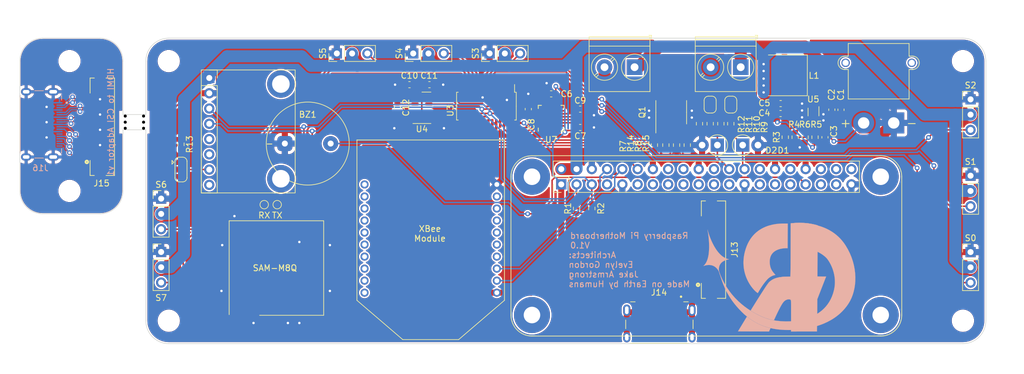
<source format=kicad_pcb>
(kicad_pcb (version 20211014) (generator pcbnew)
  (layers (0 "F.Cu" signal) (31 "B.Cu" signal) (34 "B.Paste" user) (35 "F.Paste" user) (36 "B.SilkS" user "B.Silkscreen") (37 "F.SilkS" user "F.Silkscreen") (38 "B.Mask" user) (39 "F.Mask" user) (44 "Edge.Cuts" user))
  (net 0 "")
  (net 1 "+BATT")
  (net 2 "GND")
  (net 3 "+5V")
  (net 4 "Net-(C3-Pad2)")
  (net 5 "+3V3")
  (net 6 "/SDA")
  (net 7 "/SCL")
  (net 28 "/PWM_0")
  (net 29 "/PWM_1")
  (net 30 "/PWM_2")
  (net 31 "/PWM_3")
  (net 32 "/PWM_4")
  (net 33 "/PWM_5")
  (net 34 "/PWM_6")
  (net 35 "/PWM_7")
  (net 36 "/PYRO_A")
  (net 37 "Net-(J11-Pad2)")
  (net 38 "Net-(J12-Pad2)")
  (net 39 "Net-(JP1-Pad1)")
  (net 40 "Net-(JP2-Pad1)")
  (net 41 "Net-(L1-Pad1)")
  (net 42 "/PYRO_B")
  (net 43 "/PPS")
  (net 44 "/XBEE_UART_TX")
  (net 45 "/XBEE_UART_RX")
  (net 53 "/XBEE_UART_~{CTS}")
  (net 57 "/XBEE_UART_~{RTS}")
  (net 62 "Net-(R3-Pad2)")
  (net 63 "Net-(JP3-Pad1)")
  (net 64 "Net-(TP1-Pad1)")
  (net 65 "Net-(TP2-Pad1)")
  (net 68 "Net-(JP3-Pad2)")
  (net 77 "Net-(C8-Pad1)")
  (net 78 "Net-(C9-Pad1)")
  (net 81 "Net-(C12-Pad1)")
  (net 82 "/HDMI CSI Conversion/D0+")
  (net 84 "Net-(Q1-Pad2)")
  (net 85 "Net-(Q1-Pad4)")
  (net 86 "/Buzzer")
  (net 87 "/HDMI CSI Conversion/D0-")
  (net 102 "/HDMI CSI Conversion/D1+")
  (net 103 "/HDMI CSI Conversion/D1-")
  (net 104 "/HDMI CSI Conversion/DC+")
  (net 105 "/HDMI CSI Conversion/DC-")
  (net 106 "/HDMI CSI Conversion/GPIO0")
  (net 107 "/HDMI CSI Conversion/GPIO1")
  (net 115 "/HDMI CSI Conversion/CAM_SCL")
  (net 116 "/HDMI CSI Conversion/CAM_SDA")
  (net 117 "/HDMI CSI Conversion/CAM_3V3")
  (net 118 "/HDMI CSI Conversion/CAM_GND")
  (net 119 "/HDMI CSI Conversion (reversed)/CAM_3V3")
  (net 120 "/HDMI CSI Conversion (reversed)/CAM_SDA")
  (net 121 "/HDMI CSI Conversion (reversed)/CAM_SCL")
  (net 122 "/HDMI CSI Conversion (reversed)/CAM_GND")
  (net 123 "/HDMI CSI Conversion (reversed)/GPIO1")
  (net 124 "/HDMI CSI Conversion (reversed)/GPIO0")
  (net 129 "/HDMI CSI Conversion (reversed)/DC-")
  (net 130 "/HDMI CSI Conversion (reversed)/DC+")
  (net 131 "/HDMI CSI Conversion (reversed)/D1-")
  (net 132 "/HDMI CSI Conversion (reversed)/D1+")
  (net 133 "/HDMI CSI Conversion (reversed)/D0-")
  (net 134 "/HDMI CSI Conversion (reversed)/D0+")
  (net 138 "/PYRO_A_SENSE")
  (net 139 "/PYRO_B_SENSE")
  (footprint "MountingHole:MountingHole_3.2mm_M3" (layer "F.Cu") (at 62.889562 101.231695 -90)
    (fp_text reference "H5" hide)
    (fp_text value "MountingHole")
  )
  (footprint "Resistor_SMD:R_0603_1608Metric" (layer "F.Cu") (at 149.757562 104.152695 90)
    (fp_text reference "R2")
    (fp_text value "10k")
  )
  (footprint "Package_TO_SOT_SMD:SOT-563" (layer "F.Cu") (at 186.627562 88.110695 -90)
    (fp_text reference "U5")
    (fp_text value "TPS56424x")
  )
  (footprint "Resistor_SMD:R_0603_1608Metric" (layer "F.Cu") (at 167.664562 90.055695 90)
    (fp_text reference "R12")
    (fp_text value "100k")
  )
  (footprint "Capacitor_SMD:C_0603_1608Metric" (layer "F.Cu") (at 147.828 87.63)
    (fp_text reference "C9")
    (fp_text value "100n")
  )
  (footprint "Resistor_SMD:R_0603_1608Metric" (layer "F.Cu") (at 160.171562 93.611695 -90)
    (fp_text reference "R7")
    (fp_text value "10k")
  )
  (footprint "Jumper:SolderJumper-3_P1.3mm_Bridged12_RoundedPad1.0x1.5mm" (layer "F.Cu") (at 81.431562 97.675695 -90)
    (fp_text reference "JP3" hide)
    (fp_text value "ADD")
  )
  (footprint "TerminalBlock_Phoenix:TerminalBlock_Phoenix_PT-1,5-2-5.0-H_1x02_P5.00mm_Horizontal" (layer "F.Cu") (at 156.869562 80.657695 180)
    (fp_text reference "J11" hide)
    (fp_text value "Conn_01x02")
  )
  (footprint "Connector_PinHeader_2.54mm:PinHeader_1x03_P2.54mm_Vertical" (layer "F.Cu") (at 212.749562 86.006695)
    (fp_text reference "S2")
    (fp_text value "Conn_01x03_Male")
  )
  (footprint "Connector_PinHeader_2.54mm:PinHeader_1x03_P2.54mm_Vertical" (layer "F.Cu") (at 78.129562 102.516695)
    (fp_text reference "S6")
    (fp_text value "Conn_01x03_Male")
  )
  (footprint "Package_SO:TSSOP-28_4.4x9.7mm_P0.65mm" (layer "F.Cu") (at 132.231562 87.134695 -90)
    (fp_text reference "U3")
    (fp_text value "PCA9685PW")
  )
  (footprint "Resistor_SMD:R_0603_1608Metric" (layer "F.Cu") (at 185.230562 92.301695 -90)
    (fp_text reference "R6")
    (fp_text value "30k")
  )
  (footprint "Capacitor_SMD:C_0603_1608Metric" (layer "F.Cu") (at 143.002 85.09)
    (fp_text reference "C6")
    (fp_text value "100n")
  )
  (footprint "Capacitor_SMD:C_0603_1608Metric" (layer "F.Cu") (at 189.675562 87.729695 -90)
    (fp_text reference "C2")
    (fp_text value "100n")
  )
  (footprint "TerminalBlock_Phoenix:TerminalBlock_Phoenix_PT-1,5-2-5.0-H_1x02_P5.00mm_Horizontal" (layer "F.Cu") (at 174.522562 80.657695 180)
    (fp_text reference "J12" hide)
    (fp_text value "Conn_01x02")
  )
  (footprint "Resistor_SMD:R_0603_1608Metric" (layer "F.Cu") (at 81.431562 93.484695 -90)
    (fp_text reference "R13")
    (fp_text value "100k")
  )
  (footprint "MountingHole:MountingHole_3.2mm_M3" (layer "F.Cu") (at 211.479562 122.821695)
    (fp_text reference "H4" hide)
    (fp_text value "MountingHole")
  )
  (footprint "Jumper:SolderJumper-2_P1.3mm_Bridged_RoundedPad1.0x1.5mm" (layer "F.Cu") (at 172.871562 86.880695 90)
    (fp_text reference "JP1" hide)
    (fp_text value "PYRO_A_SENSE_BYPASS")
  )
  (footprint "custom-footprints:MOLEX 22 Pin FPC 54548-2271" (layer "F.Cu") (at 167.72035 110.998274 90)
    (fp_text reference "J13")
    (fp_text value "Conn_01x22_Shielded")
  )
  (footprint "Capacitor_SMD:C_0603_1608Metric" (layer "F.Cu") (at 188.532562 92.314695 90)
    (fp_text reference "C3")
    (fp_text value "33pF")
  )
  (footprint "Capacitor_SMD:C_0603_1608Metric" (layer "F.Cu") (at 191.199562 87.742695 -90)
    (fp_text reference "C1")
    (fp_text value "10u")
  )
  (footprint "Resistor_SMD:R_0603_1608Metric" (layer "F.Cu") (at 171.220562 90.055695 90)
    (fp_text reference "R10")
    (fp_text value "100k")
  )
  (footprint "Capacitor_SMD:C_0603_1608Metric" (layer "F.Cu") (at 119.432665 83.566)
    (fp_text reference "C10")
    (fp_text value "100n")
  )
  (footprint "MountingHole:MountingHole_3.2mm_M3" (layer "F.Cu") (at 211.479562 79.641695)
    (fp_text reference "H2" hide)
    (fp_text value "MountingHole")
  )
  (footprint "Resistor_SMD:R_0603_1608Metric" (layer "F.Cu") (at 163.854562 93.611695 -90)
    (fp_text reference "R8")
    (fp_text value "10k")
  )
  (footprint "Connector_PinHeader_2.54mm:PinHeader_1x03_P2.54mm_Vertical" (layer "F.Cu") (at 120.054562 78.371695 90)
    (fp_text reference "S4")
    (fp_text value "Conn_01x03_Male")
  )
  (footprint "Connector_PinHeader_2.54mm:PinHeader_1x03_P2.54mm_Vertical" (layer "F.Cu") (at 212.749562 111.406695)
    (fp_text reference "S0")
    (fp_text value "Conn_01x03_Male")
  )
  (footprint "Jumper:SolderJumper-2_P1.3mm_Bridged_RoundedPad1.0x1.5mm" (layer "F.Cu") (at 169.442562 86.880695 90)
    (fp_text reference "JP2" hide)
    (fp_text value "PYRO_B_SENSE_BYPASS")
  )
  (footprint "Resistor_SMD:R_0603_1608Metric" (layer "F.Cu") (at 181.928562 92.301695 90)
    (fp_text reference "R3")
    (fp_text value "100k")
  )
  (footprint "Capacitor_SMD:C_0603_1608Metric" (layer "F.Cu") (at 139.192 87.63 90)
    (fp_text reference "C8")
    (fp_text value "2.2n")
  )
  (footprint "Resistor_SMD:R_0603_1608Metric" (layer "F.Cu") (at 162.076562 93.611695 90)
    (fp_text reference "R14")
    (fp_text value "220")
  )
  (footprint "TestPoint:TestPoint_Pad_D1.0mm" (layer "F.Cu") (at 95.274562 103.517695 90)
    (fp_text reference "TP1" hide)
    (fp_text value "RX")
  )
  (footprint "RF_GPS:ublox_SAM-M8Q" (layer "F.Cu") (at 97.306562 114.058695 90)
    (fp_text reference "U6" hide)
    (fp_text value "SAM-M8Q")
  )
  (footprint "custom-footprints:MPU6050-Breakout" (layer "F.Cu") (at 86.069562 82.450695 180)
    (fp_text reference "U2" hide)
    (fp_text value "MPU-6050-Breakout")
  )
  (footprint "custom-footprints:mousebite" (layer "F.Cu") (at 73.684562 89.801695)
    (fp_text reference "H7" hide)
    (fp_text value "MountingHole")
  )
  (footprint "Resistor_SMD:R_0603_1608Metric" (layer "F.Cu") (at 183.579562 92.301695 -90)
    (fp_text reference "R4")
    (fp_text value "25.5k")
  )
  (footprint "custom-footprints:PI_Zero" (layer "F.Cu") (at 168.807562 98.875695 90)
    (fp_text reference "J2" hide)
    (fp_text value "Raspberry_Pi_2_3")
  )
  (footprint "Diode_THT:D_DO-41_SOD81_P2.54mm_Vertical_AnodeUp" (layer "F.Cu") (at 170.641328 93.611695 180)
    (fp_text reference "D2")
    (fp_text value "3v3")
  )
  (footprint "custom-footprints:CPI-1375-80T" (layer "F.Cu") (at 102.513562 93.357695)
    (fp_text reference "BZ1")
    (fp_text value "Buzzer")
  )
  (footprint "Resistor_SMD:R_0603_1608Metric" (layer "F.Cu") (at 172.871562 90.055695 -90)
    (fp_text reference "R9")
    (fp_text value "100k")
  )
  (footprint "Package_LGA:NXP_LGA-8_3x5mm_P1.25mm_H1.1mm" (layer "F.Cu") (at 121.501465 87.4114)
    (fp_text reference "U4")
    (fp_text value "MPL3115A2")
  )
  (footprint "Connector_PinHeader_2.54mm:PinHeader_1x03_P2.54mm_Vertical" (layer "F.Cu") (at 107.354562 78.371695 90)
    (fp_text reference "S5")
    (fp_text value "Conn_01x03_Male")
  )
  (footprint "Connector_PinHeader_2.54mm:PinHeader_1x03_P2.54mm_Vertical" (layer "F.Cu") (at 78.129562 111.391695)
    (fp_text reference "S7")
    (fp_text value "Conn_01x03_Male")
  )
  (footprint "Sensor_Motion:InvenSense_QFN-24_4x4mm_P0.5mm" (layer "F.Cu") (at 143.002 89.154 90)
    (fp_text reference "U7")
    (fp_text value "MPU-6050")
  )
  (footprint "Resistor_SMD:R_0603_1608Metric" (layer "F.Cu") (at 147.217562 104.152695 90)
    (fp_text reference "R1")
    (fp_text value "10k")
  )
  (footprint "Resistor_SMD:R_0603_1608Metric" (layer "F.Cu") (at 165.632562 93.611695 90)
    (fp_text reference "R15")
    (fp_text value "220")
  )
  (footprint "Resistor_SMD:R_0603_1608Metric" (layer "F.Cu") (at 186.881562 92.301695 90)
    (fp_text reference "R5")
    (fp_text value "220k")
  )
  (footprint "custom-footprints:WURTH_685119136923" (layer "F.Cu") (at 160.9976 120.025524)
    (fp_text reference "J14")
    (fp_text value "HDMI_C_1.4" hide)
  )
  (footprint "Diode_THT:D_DO-41_SOD81_P2.54mm_Vertical_AnodeUp" (layer "F.Cu") (at 174.847796 93.611695)
    (fp_text reference "D1")
    (fp_text value "3v3")
  )
  (footprint "custom-footprints:MOLEX 22 Pin FPC 54548-2271" (layer "F.Cu") (at 66.069562 90.563695 90)
    (fp_text reference "J15")
    (fp_text value "Conn_01x22_Shielded")
  )
  (footprint "Connector_PinHeader_2.54mm:PinHeader_1x03_P2.54mm_Vertical" (layer "F.Cu") (at 212.749562 98.706695)
    (fp_text reference "S1")
    (fp_text value "Conn_01x03_Male")
  )
  (footprint "Capacitor_SMD:C_0603_1608Metric" (layer "F.Cu") (at 122.753065 83.566 180)
    (fp_text reference "C11")
    (fp_text value "10u")
  )
  (footprint "MountingHole:MountingHole_3.2mm_M3" (layer "F.Cu") (at 79.399562 79.641695)
    (fp_text reference "H1" hide)
    (fp_text value "MountingHole")
  )
  (footprint "Capacitor_SMD:C_0603_1608Metric" (layer "F.Cu") (at 147.828 90.678 180)
    (fp_text reference "C7")
    (fp_text value "10n")
  )
  (footprint "custom-footprints:XBee-THT" (layer "F.Cu") (at 111.960562 118.159695)
    (fp_text reference "U1" hide)
    (fp_text value "XBee_THT")
  )
  (footprint "Connector_PinHeader_2.54mm:PinHeader_1x03_P2.54mm_Vertical" (layer "F.Cu") (at 132.754562 78.371695 90)
    (fp_text reference "S3")
    (fp_text value "Conn_01x03_Male")
  )
  (footprint "Resistor_SMD:R_0603_1608Metric" (layer "F.Cu") (at 169.442562 90.055695 -90)
    (fp_text reference "R11")
    (fp_text value "100k")
  )
  (footprint "Package_SO:SOIC-8_3.9x4.9mm_P1.27mm" (layer "F.Cu") (at 162.965562 88.150695 90)
    (fp_text reference "Q1")
    (fp_text value "AO4838")
  )
  (footprint "Capacitor_SMD:C_0603_1608Metric" (layer "F.Cu") (at 181.153562 88.364695)
    (fp_text reference "C4")
    (fp_text value "22uF")
  )
  (footprint "MountingHole:MountingHole_3.2mm_M3" (layer "F.Cu") (at 79.399562 122.821695)
    (fp_text reference "H3" hide)
    (fp_text value "MountingHole")
  )
  (footprint "Capacitor_SMD:C_0603_1608Metric" (layer "F.Cu") (at 117.419065 87.376 -90)
    (fp_text reference "C12")
    (fp_text value "100n")
  )
  (footprint "Inductor_SMD:L_Coilcraft_XAL60xx_6.36x6.56mm" (layer "F.Cu") (at 182.309562 82.014695 180)
    (fp_text reference "L1")
    (fp_text value "1.8uH 9.6mOhm")
  )
  (footprint "MountingHole:MountingHole_3.2mm_M3" (layer "F.Cu") (at 62.889562 79.641695 -90)
    (fp_text reference "H6" hide)
    (fp_text value "MountingHole")
  )
  (footprint "Connector_AMASS:AMASS_XT30PW-M_1x02_P2.50mm_Horizontal" (layer "F.Cu") (at 199.969562 89.928695)
    (fp_text reference "J1" hide)
    (fp_text value "Conn_01x02_Female")
  )
  (footprint "TestPoint:TestPoint_Pad_D1.0mm" (layer "F.Cu") (at 97.433562 103.517695 90)
    (fp_text reference "TP2" hide)
    (fp_text value "TX")
  )
  (footprint "Capacitor_SMD:C_0603_1608Metric" (layer "F.Cu") (at 181.166562 86.713695)
    (fp_text reference "C5")
    (fp_text value "100nF")
  )
  (footprint "custom-footprints:WURTH_685119136923" (layer "B.Cu") (at 61.228312 90.169445 90)
    (fp_text reference "J16")
    (fp_text value "HDMI_C_1.4" hide)
  )
  (gr_line (start 182.798375 115.480211) (end 182.485176 115.476516) (layer "B.SilkS") (width 0.015874))
  (gr_line (start 182.846359 119.350274) (end 182.862977 119.365778) (layer "B.SilkS") (width 0.015874))
  (gr_line (start 183.284529 106.58) (end 182.839079 106.634757) (layer "B.SilkS") (width 0.015874))
  (gr_line (start 187.246979 119.259827) (end 188.722877 115.470465) (layer "B.SilkS") (width 0.015874))
  (gr_poly (pts (xy 179.346035 124.339188) (xy 179.391048 124.232467) (xy 179.427174 124.144337) (xy 179.450737 124.083943) (xy 179.456659 124.067005) (xy 179.457953 124.062351) (xy 179.458061 124.060431) (xy 179.456601 124.05969) (xy 179.453294 124.058493) (xy 179.441533 124.054837) (xy 179.423559 124.049678) (xy 179.400152 124.043226) (xy 179.34016 124.027293) (xy 179.2678 124.008737) (xy 179.039028 123.947855) (xy 178.811902 123.881144) (xy 178.586478 123.808632) (xy 178.362811 123.730346) (xy 178.140956 123.646311) (xy 177.920969 123.556556) (xy 177.702904 123.461106) (xy 177.486818 123.359988) (xy 177.272766 123.25323) (xy 177.060803 123.140857) (xy 176.850985 123.022898) (xy 176.643366 122.899377) (xy 176.438003 122.770323) (xy 176.234951 122.635761) (xy 176.034264 122.49572) (xy 175.835999 122.350225) (xy 175.736582 122.275907) (xy 175.652897 122.214222) (xy 175.593741 122.171595) (xy 175.57611 122.159436) (xy 175.56791 122.15445) (xy 175.56672 122.154855) (xy 175.564723 122.156612) (xy 175.558393 122.164054) (xy 175.549091 122.176509) (xy 175.536987 122.19371) (xy 175.505058 122.24129) (xy 175.463969 122.304663) (xy 175.415084 122.381701) (xy 175.359768 122.470276) (xy 175.299385 122.568258) (xy 175.235299 122.673517) (xy 174.295625 124.230885) (xy 174.127294 124.516904) (xy 174.094685 124.576643) (xy 174.087371 124.596066) (xy 174.293366 124.599874) (xy 174.847595 124.603593) (xy 176.662738 124.609056) (xy 179.229108 124.613047) (xy 179.346035 124.339188)) (layer "B.SilkS") (width 0.015118) (fill solid))
  (gr_line (start 181.497575 115.52586) (end 181.262763 115.552458) (layer "B.SilkS") (width 0.015874))
  (gr_line (start 182.546313 119.262984) (end 182.590565 119.26604) (layer "B.SilkS") (width 0.015874))
  (gr_line (start 181.859729 119.48551) (end 181.914547 119.446771) (layer "B.SilkS") (width 0.015874))
  (gr_line (start 181.805535 119.52863) (end 181.859729 119.48551) (layer "B.SilkS") (width 0.015874))
  (gr_line (start 179.677452 116.068987) (end 179.614634 116.110682) (layer "B.SilkS") (width 0.015874))
  (gr_line (start 182.08069 119.355173) (end 182.135951 119.332292) (layer "B.SilkS") (width 0.015874))
  (gr_line (start 187.308033 106.970561) (end 187.308033 106.970561) (layer "B.SilkS") (width 0.015874))
  (gr_line (start 187.286888 115.470465) (end 187.286888 115.470465) (layer "B.SilkS") (width 0.015874))
  (gr_line (start 187.214384 106.936671) (end 186.947049 106.861049) (layer "B.SilkS") (width 0.015874))
  (gr_line (start 182.451883 119.263685) (end 182.500018 119.262143) (layer "B.SilkS") (width 0.015874))
  (gr_line (start 181.025364 115.586856) (end 180.789597 115.630009) (layer "B.SilkS") (width 0.015874))
  (gr_line (start 185.652833 106.618768) (end 185.307115 106.580898) (layer "B.SilkS") (width 0.015874))
  (gr_poly (pts (xy 182.348256 106.660586) (xy 182.322443 110.767893) (xy 182.196972 110.762582) (xy 182.052839 110.762182) (xy 181.865734 110.76883) (xy 181.644128 110.786683) (xy 181.396489 110.819901) (xy 181.131289 110.872642) (xy 180.994751 110.907633) (xy 180.856998 110.949064) (xy 180.71909 110.997455) (xy 180.582085 111.053326) (xy 180.447043 111.117196) (xy 180.315021 111.189586) (xy 180.187079 111.271014) (xy 180.064276 111.362002) (xy 179.94767 111.463068) (xy 179.83832 111.574732) (xy 179.737284 111.697515) (xy 179.645622 111.831936) (xy 179.564393 111.978515) (xy 179.494654 112.137771) (xy 179.437465 112.310225) (xy 179.393885 112.496397) (xy 179.364972 112.696805) (xy 179.351785 112.91197) (xy 179.352749 113.14528) (xy 179.365913 113.36071) (xy 179.39034 113.559532) (xy 179.425096 113.743017) (xy 179.469246 113.912434) (xy 179.521854 114.069055) (xy 179.581987 114.21415) (xy 179.648708 114.34899) (xy 179.721082 114.474847) (xy 179.798175 114.59299) (xy 179.879052 114.704691) (xy 179.962777 114.81122) (xy 180.135032 115.013846) (xy 180.30746 115.211035) (xy 180.274056 115.215834) (xy 180.180815 115.23408) (xy 180.115021 115.250049) (xy 180.038188 115.271544) (xy 179.951622 115.299286) (xy 179.85663 115.333997) (xy 179.754518 115.376398) (xy 179.646593 115.42721) (xy 179.590859 115.455996) (xy 179.534162 115.487156) (xy 179.476665 115.520779) (xy 179.418531 115.556955) (xy 179.359925 115.595776) (xy 179.301008 115.637331) (xy 179.241945 115.68171) (xy 179.182898 115.729004) (xy 179.124032 115.779302) (xy 179.065509 115.832696) (xy 179.007493 115.889274) (xy 178.950147 115.949127) (xy 178.796681 116.120413) (xy 178.648663 116.295988) (xy 178.506473 116.474118) (xy 178.370496 116.65307) (xy 178.241114 116.831109) (xy 178.118709 117.006502) (xy 177.896364 117.342412) (xy 177.706524 117.646929) (xy 177.552249 117.906179) (xy 177.362646 118.233397) (xy 177.197353 118.117279) (xy 177.00288 117.952694) (xy 176.786376 117.74103) (xy 176.554986 117.483673) (xy 176.315857 117.18201) (xy 176.195624 117.014997) (xy 176.076135 116.837428) (xy 175.958286 116.649476) (xy 175.842968 116.451314) (xy 175.731075 116.243116) (xy 175.623501 116.025056) (xy 175.521138 115.797305) (xy 175.424881 115.560039) (xy 175.335622 115.31343) (xy 175.254255 115.057651) (xy 175.181672 114.792876) (xy 175.118769 114.519279) (xy 175.066436 114.237033) (xy 175.025569 113.94631) (xy 174.997061 113.647285) (xy 174.981803 113.340131) (xy 174.980691 113.025021) (xy 174.994617 112.702128) (xy 175.024475 112.371627) (xy 175.071158 112.03369) (xy 175.135558 111.68849) (xy 175.218571 111.336202) (xy 175.362149 110.844581) (xy 175.528272 110.388443) (xy 175.715197 109.966469) (xy 175.92118 109.577339) (xy 176.144477 109.219735) (xy 176.383346 108.892336) (xy 176.636043 108.593825) (xy 176.900825 108.322881) (xy 177.175948 108.078185) (xy 177.459669 107.858419) (xy 177.750245 107.662262) (xy 178.045931 107.488397) (xy 178.344986 107.335503) (xy 178.645665 107.202261) (xy 178.946226 107.087353) (xy 179.244924 106.989459) (xy 179.82976 106.839435) (xy 180.386227 106.741637) (xy 180.900379 106.685511) (xy 181.358267 106.660504) (xy 182.348256 106.660586)) (layer "B.SilkS") (width 0.015874) (fill solid))
  (gr_line (start 182.887433 124.611766) (end 182.887433 124.611766) (layer "B.SilkS") (width 0.015874))
  (gr_line (start 182.298498 119.28427) (end 182.350918 119.274582) (layer "B.SilkS") (width 0.015874))
  (gr_line (start 182.798375 115.480211) (end 182.485176 115.476516) (layer "B.SilkS") (width 0.015874))
  (gr_line (start 182.887433 119.414927) (end 182.887433 119.414927) (layer "B.SilkS") (width 0.015874))
  (gr_line (start 182.887433 119.414927) (end 182.887433 119.414927) (layer "B.SilkS") (width 0.015874))
  (gr_line (start 182.743024 119.297092) (end 182.773977 119.308729) (layer "B.SilkS") (width 0.015874))
  (gr_line (start 182.839079 106.634757) (end 182.849542 108.291715) (layer "B.SilkS") (width 0.015874))
  (gr_line (start 182.887433 124.611766) (end 187.207101 124.604939) (layer "B.SilkS") (width 0.015874))
  (gr_poly (pts (xy 183.9362 110.404562) (xy 170.812751 114.313685) (xy 170.953465 114.724424) (xy 171.104757 115.123364) (xy 171.437388 115.886431) (xy 171.807272 116.604058) (xy 172.211036 117.277417) (xy 172.645308 117.907681) (xy 173.106715 118.496019) (xy 173.591886 119.043606) (xy 174.097447 119.551612) (xy 174.620027 120.02121) (xy 175.156253 120.45357) (xy 175.702752 120.849866) (xy 176.256154 121.211269) (xy 176.813084 121.53895) (xy 177.370171 121.834083) (xy 177.924042 122.097837) (xy 178.471326 122.331387) (xy 179.019333 122.520154) (xy 179.666599 122.683599) (xy 180.396853 122.813491) (xy 181.193825 122.901601) (xy 182.041245 122.939699) (xy 182.922844 122.919554) (xy 183.822351 122.832939) (xy 184.723496 122.671622) (xy 185.169598 122.560378) (xy 185.610009 122.427373) (xy 186.042694 122.271578) (xy 186.465619 122.091963) (xy 186.876752 121.887501) (xy 187.274058 121.657163) (xy 187.655503 121.399919) (xy 188.019054 121.114742) (xy 188.362677 120.800601) (xy 188.684338 120.45647) (xy 188.982003 120.081318) (xy 189.253639 119.674117) (xy 189.497212 119.233839) (xy 189.710688 118.759455) (xy 189.892033 118.249936) (xy 190.039214 117.704253) (xy 190.115639 117.310025) (xy 190.164241 116.920721) (xy 190.186803 116.537361) (xy 190.18511 116.160965) (xy 190.160946 115.792552) (xy 190.116095 115.433143) (xy 190.052342 115.083756) (xy 189.971469 114.745412) (xy 189.875263 114.41913) (xy 189.765505 114.10593) (xy 189.643982 113.806833) (xy 189.512476 113.522856) (xy 189.372773 113.255021) (xy 189.226655 113.004347) (xy 189.075908 112.771854) (xy 188.922315 112.558561) (xy 188.800276 112.413698) (xy 188.641453 112.25396) (xy 188.446568 112.083092) (xy 188.216343 111.904837) (xy 187.9515 111.722938) (xy 187.652761 111.54114) (xy 187.320848 111.363187) (xy 187.142677 111.276821) (xy 186.956484 111.192821) (xy 186.762359 111.111654) (xy 186.560391 111.033788) (xy 186.350672 110.95969) (xy 186.133291 110.88983) (xy 185.908339 110.824674) (xy 185.675906 110.764692) (xy 185.436082 110.71035) (xy 185.188958 110.662117) (xy 184.934624 110.62046) (xy 184.67317 110.585849) (xy 184.404686 110.55875) (xy 184.129263 110.539632) (xy 183.846991 110.528963) (xy 183.55796 110.52721) (xy 183.26226 110.534842) (xy 182.959983 110.552327) (xy 183.02626 106.741438) (xy 183.288772 106.704884) (xy 183.597142 106.673965) (xy 184.006012 106.647749) (xy 184.502203 106.636085) (xy 185.072535 106.648822) (xy 185.703825 106.695809) (xy 186.382894 106.786894) (xy 186.736227 106.852051) (xy 187.096561 106.931926) (xy 187.46225 107.02775) (xy 187.831646 107.140754) (xy 188.203101 107.272169) (xy 188.574968 107.423226) (xy 188.945598 107.595156) (xy 189.313345 107.789191) (xy 189.676561 108.006562) (xy 190.033599 108.248499) (xy 190.38281 108.516233) (xy 190.722547 108.810997) (xy 191.051162 109.13402) (xy 191.367009 109.486534) (xy 191.668439 109.86977) (xy 191.953805 110.28496) (xy 192.340039 110.936731) (xy 192.670717 111.597063) (xy 192.947633 112.262738) (xy 193.172584 112.930537) (xy 193.347367 113.59724) (xy 193.473776 114.259629) (xy 193.553607 114.914485) (xy 193.588658 115.558589) (xy 193.580723 116.188722) (xy 193.531598 116.801664) (xy 193.44308 117.394198) (xy 193.316964 117.963104) (xy 193.155046 118.505163) (xy 192.959122 119.017157) (xy 192.730989 119.495865) (xy 192.472441 119.93807) (xy 192.273828 120.231798) (xy 192.065278 120.513822) (xy 191.847086 120.78431) (xy 191.619551 121.04343) (xy 191.382969 121.291351) (xy 191.137636 121.52824) (xy 190.883849 121.754266) (xy 190.621905 121.969596) (xy 190.352101 122.174398) (xy 190.074733 122.368842) (xy 189.790099 122.553093) (xy 189.498495 122.727322) (xy 188.895564 123.04638) (xy 188.268314 123.327362) (xy 187.61912 123.571611) (xy 186.950355 123.780472) (xy 186.264394 123.955289) (xy 185.563611 124.097406) (xy 184.85038 124.208168) (xy 184.127075 124.288919) (xy 183.39607 124.341003) (xy 182.659739 124.365765) (xy 181.926587 124.360449) (xy 181.237341 124.322494) (xy 180.590007 124.254346) (xy 179.982589 124.158448) (xy 179.413093 124.037247) (xy 178.879523 123.893185) (xy 178.379885 123.728708) (xy 177.912183 123.546259) (xy 177.474424 123.348285) (xy 177.064611 123.137228) (xy 176.68075 122.915533) (xy 176.320846 122.685646) (xy 175.982905 122.45001) (xy 175.66493 122.21107) (xy 175.080903 121.733057) (xy 174.614415 121.276213) (xy 174.186258 120.826754) (xy 173.793925 120.382902) (xy 173.434909 119.942877) (xy 173.106702 119.504901) (xy 172.806796 119.067196) (xy 172.532686 118.627982) (xy 172.281863 118.18548) (xy 172.05182 117.737913) (xy 171.84005 117.283501) (xy 171.644046 116.820466) (xy 171.461299 116.347029) (xy 171.289304 115.861411) (xy 171.125552 115.361833) (xy 170.812751 114.313685) (xy 183.9362 110.404562)) (layer "B.SilkS") (width 0.015874) (fill solid))
  (gr_line (start 179.554149 116.152533) (end 179.49624 116.194267) (layer "B.SilkS") (width 0.015874))
  (gr_line (start 182.8755 119.381833) (end 182.88372 119.398271) (layer "B.SilkS") (width 0.015874))
  (gr_line (start 181.752171 119.576297) (end 181.805535 119.52863) (layer "B.SilkS") (width 0.015874))
  (gr_line (start 188.722877 115.470465) (end 188.722877 115.470465) (layer "B.SilkS") (width 0.015874))
  (gr_poly (pts (xy 187.215009 121.926482) (xy 187.237267 119.247898) (xy 187.969433 117.36823) (xy 188.7016 115.48856) (xy 187.98924 115.48048) (xy 187.276881 115.4724) (xy 187.288012 111.226862) (xy 187.299143 106.981323) (xy 187.091654 106.9171) (xy 186.969585 106.882921) (xy 186.814043 106.844991) (xy 186.63309 106.804905) (xy 186.434787 106.764256) (xy 186.227198 106.724639) (xy 186.018383 106.687648) (xy 185.816404 106.654878) (xy 185.629324 106.627922) (xy 185.333351 106.597204) (xy 184.988532 106.575544) (xy 184.613653 106.562901) (xy 184.227497 106.559236) (xy 183.848848 106.56451) (xy 183.496489 106.578682) (xy 183.189204 106.601714) (xy 183.058335 106.61654) (xy 182.945777 106.633566) (xy 182.847505 106.650923) (xy 182.843234 109.663715) (xy 182.83481 112.20452) (xy 182.820556 114.082534) (xy 182.80215 115.488561) (xy 182.152051 115.507876) (xy 181.9246 115.516435) (xy 181.709385 115.528333) (xy 181.50572 115.543739) (xy 181.31292 115.562824) (xy 181.130297 115.585758) (xy 180.957168 115.61271) (xy 180.792844 115.64385) (xy 180.636641 115.679348) (xy 180.487873 115.719374) (xy 180.345852 115.764098) (xy 180.209895 115.81369) (xy 180.079314 115.86832) (xy 179.953423 115.928157) (xy 179.831538 115.993371) (xy 179.712971 116.064133) (xy 179.597036 116.140612) (xy 179.535558 116.1842) (xy 179.47716 116.228101) (xy 179.421056 116.27326) (xy 179.366456 116.320618) (xy 179.312572 116.371121) (xy 179.258617 116.425713) (xy 179.203801 116.485336) (xy 179.147336 116.550935) (xy 179.088434 116.623453) (xy 179.026307 116.703834) (xy 178.960167 116.793022) (xy 178.889224 116.891961) (xy 178.812692 117.001595) (xy 178.729781 117.122866) (xy 178.54167 117.404099) (xy 177.912401 118.377047) (xy 177.13503 119.604569) (xy 176.474395 120.66525) (xy 176.270614 121.001332) (xy 176.19533 121.137673) (xy 176.195663 121.138709) (xy 176.19665 121.14013) (xy 176.200523 121.144082) (xy 176.206817 121.149443) (xy 176.215403 121.156125) (xy 176.226151 121.16404) (xy 176.238929 121.173103) (xy 176.270057 121.194319) (xy 176.307743 121.219076) (xy 176.350944 121.246678) (xy 176.398617 121.276427) (xy 176.449717 121.307626) (xy 176.679522 121.442137) (xy 176.928526 121.580057) (xy 177.191234 121.718675) (xy 177.462147 121.855282) (xy 177.73577 121.987167) (xy 178.006605 122.11162) (xy 178.269158 122.22593) (xy 178.51793 122.327388) (xy 178.673063 122.383822) (xy 178.858895 122.444513) (xy 179.062861 122.506046) (xy 179.272395 122.565009) (xy 179.474929 122.617986) (xy 179.657896 122.661564) (xy 179.808732 122.69233) (xy 179.868173 122.701842) (xy 179.914869 122.70687) (xy 180.040888 122.715242) (xy 180.409565 121.929075) (xy 180.627009 121.472374) (xy 180.828299 121.064122) (xy 181.013665 120.703913) (xy 181.183334 120.391338) (xy 181.337534 120.125992) (xy 181.476493 119.907467) (xy 181.600439 119.735357) (xy 181.656854 119.66658) (xy 181.7096 119.609255) (xy 181.726532 119.592561) (xy 181.744735 119.575485) (xy 181.76404 119.558152) (xy 181.784279 119.540686) (xy 181.826884 119.505857) (xy 181.871199 119.471993) (xy 181.915877 119.440092) (xy 181.937929 119.425189) (xy 181.959566 119.411151) (xy 181.980619 119.398102) (xy 182.000919 119.386167) (xy 182.020298 119.375471) (xy 182.038586 119.366138) (xy 182.093181 119.34167) (xy 182.149873 119.320226) (xy 182.208099 119.301819) (xy 182.267299 119.286465) (xy 182.326911 119.274177) (xy 182.386373 119.264969) (xy 182.445124 119.258857) (xy 182.502601 119.255854) (xy 182.558244 119.255975) (xy 182.61149 119.259233) (xy 182.661779 119.265644) (xy 182.708547 119.275222) (xy 182.751235 119.28798) (xy 182.789279 119.303934) (xy 182.806385 119.313113) (xy 182.82212 119.323097) (xy 182.836413 119.333887) (xy 182.849194 119.345484) (xy 182.854405 119.35096) (xy 182.859299 119.35694) (xy 182.863886 119.363876) (xy 182.866067 119.367843) (xy 182.868175 119.372218) (xy 182.870211 119.377056) (xy 182.872177 119.382415) (xy 182.875902 119.394919) (xy 182.879359 119.410179) (xy 182.882559 119.428646) (xy 182.885511 119.450771) (xy 182.888225 119.477002) (xy 182.890712 119.507792) (xy 182.892981 119.543589) (xy 182.895043 119.584844) (xy 182.896906 119.632009) (xy 182.898582 119.685532) (xy 182.90008 119.745864) (xy 182.90141 119.813456) (xy 182.902582 119.888757) (xy 182.904493 120.06429) (xy 182.905891 120.276066) (xy 182.906856 120.527687) (xy 182.907468 120.822756) (xy 182.907806 121.164874) (xy 182.907981 122.004668) (xy 182.907981 124.605064) (xy 185.050366 124.605064) (xy 187.192752 124.605064) (xy 187.215009 121.926482)) (layer "B.SilkS") (width 0.030237) (fill solid))
  (gr_line (start 181.914547 119.446771) (end 181.969783 119.412246) (layer "B.SilkS") (width 0.015874))
  (gr_line (start 185.972996 106.663451) (end 185.652833 106.618768) (layer "B.SilkS") (width 0.015874))
  (gr_line (start 182.801653 119.321583) (end 182.825849 119.335487) (layer "B.SilkS") (width 0.015874))
  (gr_line (start 182.88372 119.398271) (end 182.887433 119.414927) (layer "B.SilkS") (width 0.015874))
  (gr_line (start 178.650154 117.198987) (end 177.95165 118.27138) (layer "B.SilkS") (width 0.015874))
  (gr_line (start 181.969783 119.412246) (end 182.025232 119.381769) (layer "B.SilkS") (width 0.015874))
  (gr_line (start 181.599104 119.748248) (end 181.64875 119.68594) (layer "B.SilkS") (width 0.015874))
  (gr_line (start 180.848005 121.061375) (end 181.21939 120.358625) (layer "B.SilkS") (width 0.015874))
  (gr_line (start 182.402115 119.267776) (end 182.451883 119.263685) (layer "B.SilkS") (width 0.015874))
  (gr_line (start 179.482961 124.039491) (end 180.089667 122.660194) (layer "B.SilkS") (width 0.015874))
  (gr_line (start 179.154762 116.491181) (end 179.130932 116.51958) (layer "B.SilkS") (width 0.015874))
  (gr_line (start 181.699841 119.628678) (end 181.752171 119.576297) (layer "B.SilkS") (width 0.015874))
  (gr_line (start 179.49624 116.194267) (end 179.44115 116.235611) (layer "B.SilkS") (width 0.015874))
  (gr_line (start 182.08069 119.355173) (end 182.135951 119.332292) (layer "B.SilkS") (width 0.015874))
  (gr_poly (pts (xy 168.991731 107.646534) (xy 169.03038 107.851699) (xy 169.116795 108.405128) (xy 169.164909 108.782792) (xy 169.209358 109.211941) (xy 169.244938 109.680717) (xy 169.266447 110.177257) (xy 169.268683 110.689704) (xy 169.246443 111.206195) (xy 169.194525 111.714872) (xy 169.155811 111.962574) (xy 169.107727 112.203874) (xy 169.049621 112.437291) (xy 168.980845 112.661341) (xy 168.900747 112.874542) (xy 168.808678 113.075412) (xy 168.703986 113.262469) (xy 168.586022 113.434229) (xy 168.454136 113.58921) (xy 168.307676 113.725929) (xy 168.514514 113.659858) (xy 168.711344 113.610334) (xy 168.898393 113.57641) (xy 169.075886 113.557139) (xy 169.244049 113.551572) (xy 169.403107 113.558762) (xy 169.553286 113.577762) (xy 169.694812 113.607623) (xy 169.82791 113.647399) (xy 169.952806 113.696141) (xy 170.069726 113.752902) (xy 170.178896 113.816734) (xy 170.28054 113.886691) (xy 170.374885 113.961823) (xy 170.462156 114.041183) (xy 170.542579 114.123825) (xy 170.61638 114.208799) (xy 170.683784 114.295159) (xy 170.800305 114.468245) (xy 170.893946 114.635502) (xy 170.966514 114.789348) (xy 171.019813 114.922203) (xy 171.055648 115.026486) (xy 171.08215 115.119009) (xy 171.090073 115.156625) (xy 171.073617 115.134969) (xy 171.040491 115.061182) (xy 170.998405 114.942406) (xy 170.955066 114.785783) (xy 170.918185 114.598455) (xy 170.904574 114.495508) (xy 170.895469 114.387563) (xy 170.891832 114.275513) (xy 170.894627 114.16025) (xy 170.904818 114.042667) (xy 170.923369 113.923656) (xy 170.951243 113.804112) (xy 170.989403 113.684925) (xy 171.038813 113.56699) (xy 171.100438 113.451198) (xy 171.17524 113.338442) (xy 171.264182 113.229616) (xy 171.36823 113.125612) (xy 171.488346 113.027322) (xy 171.625493 112.93564) (xy 171.780636 112.851457) (xy 171.954739 112.775668) (xy 172.148763 112.709164) (xy 172.363674 112.652838) (xy 172.600435 112.607584) (xy 172.371637 112.557755) (xy 172.150747 112.485194) (xy 171.937723 112.391495) (xy 171.732524 112.278252) (xy 171.535107 112.147059) (xy 171.345429 111.999512) (xy 171.163448 111.837205) (xy 170.989122 111.661733) (xy 170.822409 111.474689) (xy 170.663266 111.277669) (xy 170.511651 111.072267) (xy 170.367522 110.860078) (xy 170.10155 110.421715) (xy 169.865014 109.975337) (xy 169.657573 109.533701) (xy 169.478889 109.109562) (xy 169.328624 108.715677) (xy 169.20644 108.364803) (xy 169.044956 107.84311) (xy 168.991731 107.646534)) (layer "B.SilkS") (width 0.015874) (fill solid))
  (gr_line (start 184.142153 106.532814) (end 183.719738 106.54684) (layer "B.SilkS") (width 0.015874))
  (gr_line (start 185.307115 106.580898) (end 184.938394 106.552307) (layer "B.SilkS") (width 0.015874))
  (gr_line (start 182.8755 119.381833) (end 182.88372 119.398271) (layer "B.SilkS") (width 0.015874))
  (gr_line (start 181.859729 119.48551) (end 181.914547 119.446771) (layer "B.SilkS") (width 0.015874))
  (gr_line (start 182.895792 120.393962) (end 182.894863 122.161817) (layer "B.SilkS") (width 0.015874))
  (gr_line (start 182.135951 119.332292) (end 182.190809 119.312958) (layer "B.SilkS") (width 0.015874))
  (gr_line (start 182.500018 119.262143) (end 182.546313 119.262984) (layer "B.SilkS") (width 0.015874))
  (gr_line (start 182.590565 119.26604) (end 182.632567 119.271146) (layer "B.SilkS") (width 0.015874))
  (gr_line (start 185.307115 106.580898) (end 184.938394 106.552307) (layer "B.SilkS") (width 0.015874))
  (gr_line (start 180.089667 122.660194) (end 180.462811 121.852429) (layer "B.SilkS") (width 0.015874))
  (gr_line (start 181.805535 119.52863) (end 181.859729 119.48551) (layer "B.SilkS") (width 0.015874))
  (gr_line (start 182.190809 119.312958) (end 182.24506 119.297007) (layer "B.SilkS") (width 0.015874))
  (gr_line (start 179.295209 116.354577) (end 179.253813 116.391633) (layer "B.SilkS") (width 0.015874))
  (gr_line (start 182.833681 111.3018) (end 182.798375 115.480211) (layer "B.SilkS") (width 0.015874))
  (gr_line (start 180.339835 115.746392) (end 180.134276 115.821529) (layer "B.SilkS") (width 0.015874))
  (gr_line (start 180.339835 115.746392) (end 180.134276 115.821529) (layer "B.SilkS") (width 0.015874))
  (gr_line (start 180.559681 115.68287) (end 180.339835 115.746392) (layer "B.SilkS") (width 0.015874))
  (gr_line (start 188.722877 115.470465) (end 187.286888 115.470465) (layer "B.SilkS") (width 0.015874))
  (gr_line (start 181.551108 119.81577) (end 181.551108 119.81577) (layer "B.SilkS") (width 0.015874))
  (gr_line (start 180.559681 115.68287) (end 180.339835 115.746392) (layer "B.SilkS") (width 0.015874))
  (gr_line (start 187.308033 106.970561) (end 187.214384 106.936671) (layer "B.SilkS") (width 0.015874))
  (gr_line (start 182.849542 108.291715) (end 182.833681 111.3018) (layer "B.SilkS") (width 0.015874))
  (gr_line (start 184.938394 106.552307) (end 184.549223 106.535458) (layer "B.SilkS") (width 0.015874))
  (gr_line (start 187.246979 119.259827) (end 187.246979 119.259827) (layer "B.SilkS") (width 0.015874))
  (gr_line (start 181.262763 115.552458) (end 181.025364 115.586856) (layer "B.SilkS") (width 0.015874))
  (gr_line (start 182.798375 115.480211) (end 182.798375 115.480211) (layer "B.SilkS") (width 0.015874))
  (gr_line (start 181.391824 120.062736) (end 181.551108 119.81577) (layer "B.SilkS") (width 0.015874))
  (gr_line (start 182.500018 119.262143) (end 182.546313 119.262984) (layer "B.SilkS") (width 0.015874))
  (gr_line (start 179.216444 116.426934) (end 179.183347 116.460208) (layer "B.SilkS") (width 0.015874))
  (gr_line (start 182.402115 119.267776) (end 182.451883 119.263685) (layer "B.SilkS") (width 0.015874))
  (gr_line (start 179.38912 116.276293) (end 179.340393 116.31604) (layer "B.SilkS") (width 0.015874))
  (gr_line (start 181.725582 115.506109) (end 181.497575 115.52586) (layer "B.SilkS") (width 0.015874))
  (gr_line (start 182.798375 115.480211) (end 182.798375 115.480211) (layer "B.SilkS") (width 0.015874))
  (gr_line (start 182.135951 119.332292) (end 182.190809 119.312958) (layer "B.SilkS") (width 0.015874))
  (gr_line (start 179.742363 116.027722) (end 179.677452 116.068987) (layer "B.SilkS") (width 0.015874))
  (gr_line (start 182.825849 119.335487) (end 182.846359 119.350274) (layer "B.SilkS") (width 0.015874))
  (gr_line (start 182.894863 122.161817) (end 182.887433 124.611766) (layer "B.SilkS") (width 0.015874))
  (gr_line (start 179.234755 124.626531) (end 179.482961 124.039491) (layer "B.SilkS") (width 0.015874))
  (gr_line (start 181.599104 119.748248) (end 181.64875 119.68594) (layer "B.SilkS") (width 0.015874))
  (gr_line (start 184.549223 106.535458) (end 184.142153 106.532814) (layer "B.SilkS") (width 0.015874))
  (gr_line (start 188.722877 115.470465) (end 188.722877 115.470465) (layer "B.SilkS") (width 0.015874))
  (gr_line (start 187.308033 106.970561) (end 187.214384 106.936671) (layer "B.SilkS") (width 0.015874))
  (gr_line (start 183.719738 106.54684) (end 183.284529 106.58) (layer "B.SilkS") (width 0.015874))
  (gr_line (start 182.887433 119.414927) (end 182.895792 120.393962) (layer "B.SilkS") (width 0.015874))
  (gr_line (start 179.44115 116.235611) (end 179.38912 116.276293) (layer "B.SilkS") (width 0.015874))
  (gr_line (start 182.887433 124.611766) (end 187.207101 124.604939) (layer "B.SilkS") (width 0.015874))
  (gr_line (start 179.44115 116.235611) (end 179.38912 116.276293) (layer "B.SilkS") (width 0.015874))
  (gr_line (start 182.773977 119.308729) (end 182.801653 119.321583) (layer "B.SilkS") (width 0.015874))
  (gr_line (start 186.526447 106.763405) (end 185.972996 106.663451) (layer "B.SilkS") (width 0.015874))
  (gr_line (start 182.839079 106.634757) (end 182.849542 108.291715) (layer "B.SilkS") (width 0.015874))
  (gr_line (start 180.134276 115.821529) (end 179.947226 115.909233) (layer "B.SilkS") (width 0.015874))
  (gr_line (start 179.877492 115.947572) (end 179.809123 115.98716) (layer "B.SilkS") (width 0.015874))
  (gr_line (start 181.725582 115.506109) (end 181.497575 115.52586) (layer "B.SilkS") (width 0.015874))
  (gr_line (start 181.551108 119.81577) (end 181.599104 119.748248) (layer "B.SilkS") (width 0.015874))
  (gr_line (start 181.025364 115.586856) (end 180.789597 115.630009) (layer "B.SilkS") (width 0.015874))
  (gr_line (start 179.340393 116.31604) (end 179.295209 116.354577) (layer "B.SilkS") (width 0.015874))
  (gr_line (start 182.298498 119.28427) (end 182.350918 119.274582) (layer "B.SilkS") (width 0.015874))
  (gr_line (start 187.286888 115.470465) (end 187.286888 115.470465) (layer "B.SilkS") (width 0.015874))
  (gr_line (start 182.839079 106.634757) (end 182.839079 106.634757) (layer "B.SilkS") (width 0.015874))
  (gr_line (start 182.839079 106.634757) (end 182.839079 106.634757) (layer "B.SilkS") (width 0.015874))
  (gr_line (start 181.914547 119.446771) (end 181.969783 119.412246) (layer "B.SilkS") (width 0.015874))
  (gr_line (start 187.207101 124.604939) (end 187.207101 124.604939) (layer "B.SilkS") (width 0.015874))
  (gr_line (start 182.144303 115.483338) (end 181.725582 115.506109) (layer "B.SilkS") (width 0.015874))
  (gr_line (start 179.809123 115.98716) (end 179.742363 116.027722) (layer "B.SilkS") (width 0.015874))
  (gr_line (start 182.24506 119.297007) (end 182.298498 119.28427) (layer "B.SilkS") (width 0.015874))
  (gr_line (start 187.246979 119.259827) (end 187.246979 119.259827) (layer "B.SilkS") (width 0.015874))
  (gr_line (start 182.24506 119.297007) (end 182.298498 119.28427) (layer "B.SilkS") (width 0.015874))
  (gr_line (start 182.743024 119.297092) (end 182.773977 119.308729) (layer "B.SilkS") (width 0.015874))
  (gr_line (start 187.286888 115.470465) (end 187.308033 106.970561) (layer "B.SilkS") (width 0.015874))
  (gr_line (start 182.88372 119.398271) (end 182.887433 119.414927) (layer "B.SilkS") (width 0.015874))
  (gr_line (start 179.677452 116.068987) (end 179.614634 116.110682) (layer "B.SilkS") (width 0.015874))
  (gr_line (start 182.895792 120.393962) (end 182.894863 122.161817) (layer "B.SilkS") (width 0.015874))
  (gr_line (start 181.551108 119.81577) (end 181.599104 119.748248) (layer "B.SilkS") (width 0.015874))
  (gr_line (start 179.340393 116.31604) (end 179.295209 116.354577) (layer "B.SilkS") (width 0.015874))
  (gr_line (start 188.722877 115.470465) (end 187.286888 115.470465) (layer "B.SilkS") (width 0.015874))
  (gr_line (start 179.154762 116.491181) (end 179.130932 116.51958) (layer "B.SilkS") (width 0.015874))
  (gr_line (start 182.632567 119.271146) (end 182.672114 119.278134) (layer "B.SilkS") (width 0.015874))
  (gr_line (start 182.485176 115.476516) (end 182.144303 115.483338) (layer "B.SilkS") (width 0.015874))
  (gr_line (start 182.144303 115.483338) (end 181.725582 115.506109) (layer "B.SilkS") (width 0.015874))
  (gr_line (start 182.590565 119.26604) (end 182.632567 119.271146) (layer "B.SilkS") (width 0.015874))
  (gr_line (start 179.295209 116.354577) (end 179.253813 116.391633) (layer "B.SilkS") (width 0.015874))
  (gr_line (start 179.947226 115.909233) (end 179.877492 115.947572) (layer "B.SilkS") (width 0.015874))
  (gr_line (start 179.742363 116.027722) (end 179.677452 116.068987) (layer "B.SilkS") (width 0.015874))
  (gr_line (start 182.849542 108.291715) (end 182.833681 111.3018) (layer "B.SilkS") (width 0.015874))
  (gr_line (start 185.652833 106.618768) (end 185.307115 106.580898) (layer "B.SilkS") (width 0.015874))
  (gr_line (start 179.130932 116.51958) (end 178.923188 116.800845) (layer "B.SilkS") (width 0.015874))
  (gr_line (start 187.214384 106.936671) (end 186.947049 106.861049) (layer "B.SilkS") (width 0.015874))
  (gr_line (start 181.969783 119.412246) (end 182.025232 119.381769) (layer "B.SilkS") (width 0.015874))
  (gr_line (start 182.833681 111.3018) (end 182.798375 115.480211) (layer "B.SilkS") (width 0.015874))
  (gr_line (start 186.526447 106.763405) (end 185.972996 106.663451) (layer "B.SilkS") (width 0.015874))
  (gr_line (start 187.308033 106.970561) (end 187.308033 106.970561) (layer "B.SilkS") (width 0.015874))
  (gr_line (start 182.350918 119.274582) (end 182.402115 119.267776) (layer "B.SilkS") (width 0.015874))
  (gr_line (start 179.183347 116.460208) (end 179.154762 116.491181) (layer "B.SilkS") (width 0.015874))
  (gr_line (start 181.262763 115.552458) (end 181.025364 115.586856) (layer "B.SilkS") (width 0.015874))
  (gr_line (start 181.64875 119.68594) (end 181.699841 119.628678) (layer "B.SilkS") (width 0.015874))
  (gr_line (start 187.207101 124.604939) (end 187.246979 119.259827) (layer "B.SilkS") (width 0.015874))
  (gr_line (start 180.462811 121.852429) (end 180.848005 121.061375) (layer "B.SilkS") (width 0.015874))
  (gr_line (start 179.49624 116.194267) (end 179.44115 116.235611) (layer "B.SilkS") (width 0.015874))
  (gr_line (start 181.64875 119.68594) (end 181.699841 119.628678) (layer "B.SilkS") (width 0.015874))
  (gr_line (start 182.846359 119.350274) (end 182.862977 119.365778) (layer "B.SilkS") (width 0.015874))
  (gr_line (start 182.801653 119.321583) (end 182.825849 119.335487) (layer "B.SilkS") (width 0.015874))
  (gr_line (start 179.554149 116.152533) (end 179.49624 116.194267) (layer "B.SilkS") (width 0.015874))
  (gr_line (start 182.709002 119.286838) (end 182.743024 119.297092) (layer "B.SilkS") (width 0.015874))
  (gr_line (start 179.253813 116.391633) (end 179.216444 116.426934) (layer "B.SilkS") (width 0.015874))
  (gr_line (start 179.877492 115.947572) (end 179.809123 115.98716) (layer "B.SilkS") (width 0.015874))
  (gr_line (start 179.183347 116.460208) (end 179.154762 116.491181) (layer "B.SilkS") (width 0.015874))
  (gr_line (start 184.549223 106.535458) (end 184.142153 106.532814) (layer "B.SilkS") (width 0.015874))
  (gr_line (start 182.350918 119.274582) (end 182.402115 119.267776) (layer "B.SilkS") (width 0.015874))
  (gr_line (start 179.253813 116.391633) (end 179.216444 116.426934) (layer "B.SilkS") (width 0.015874))
  (gr_line (start 181.752171 119.576297) (end 181.805535 119.52863) (layer "B.SilkS") (width 0.015874))
  (gr_line (start 182.190809 119.312958) (end 182.24506 119.297007) (layer "B.SilkS") (width 0.015874))
  (gr_line (start 182.862977 119.365778) (end 182.8755 119.381833) (layer "B.SilkS") (width 0.015874))
  (gr_line (start 182.025232 119.381769) (end 182.08069 119.355173) (layer "B.SilkS") (width 0.015874))
  (gr_line (start 182.887433 119.414927) (end 182.895792 120.393962) (layer "B.SilkS") (width 0.015874))
  (gr_line (start 179.947226 115.909233) (end 179.947226 115.909233) (layer "B.SilkS") (width 0.015874))
  (gr_line (start 182.825849 119.335487) (end 182.846359 119.350274) (layer "B.SilkS") (width 0.015874))
  (gr_line (start 183.284529 106.58) (end 182.839079 106.634757) (layer "B.SilkS") (width 0.015874))
  (gr_line (start 180.134276 115.821529) (end 179.947226 115.909233) (layer "B.SilkS") (width 0.015874))
  (gr_line (start 179.947226 115.909233) (end 179.877492 115.947572) (layer "B.SilkS") (width 0.015874))
  (gr_line (start 179.614634 116.110682) (end 179.554149 116.152533) (layer "B.SilkS") (width 0.015874))
  (gr_line (start 182.451883 119.263685) (end 182.500018 119.262143) (layer "B.SilkS") (width 0.015874))
  (gr_line (start 182.632567 119.271146) (end 182.672114 119.278134) (layer "B.SilkS") (width 0.015874))
  (gr_line (start 181.497575 115.52586) (end 181.262763 115.552458) (layer "B.SilkS") (width 0.015874))
  (gr_line (start 182.894863 122.161817) (end 182.887433 124.611766) (layer "B.SilkS") (width 0.015874))
  (gr_line (start 187.286888 115.470465) (end 187.308033 106.970561) (layer "B.SilkS") (width 0.015874))
  (gr_line (start 180.789597 115.630009) (end 180.559681 115.68287) (layer "B.SilkS") (width 0.015874))
  (gr_line (start 185.972996 106.663451) (end 185.652833 106.618768) (layer "B.SilkS") (width 0.015874))
  (gr_line (start 182.887433 124.611766) (end 182.887433 124.611766) (layer "B.SilkS") (width 0.015874))
  (gr_line (start 181.21939 120.358625) (end 181.391824 120.062736) (layer "B.SilkS") (width 0.015874))
  (gr_line (start 181.699841 119.628678) (end 181.752171 119.576297) (layer "B.SilkS") (width 0.015874))
  (gr_line (start 182.672114 119.278134) (end 182.709002 119.286838) (layer "B.SilkS") (width 0.015874))
  (gr_line (start 182.862977 119.365778) (end 182.8755 119.381833) (layer "B.SilkS") (width 0.015874))
  (gr_line (start 187.207101 124.604939) (end 187.207101 124.604939) (layer "B.SilkS") (width 0.015874))
  (gr_line (start 180.789597 115.630009) (end 180.559681 115.68287) (layer "B.SilkS") (width 0.015874))
  (gr_line (start 177.95165 118.27138) (end 176.248925 120.998936) (layer "B.SilkS") (width 0.015874))
  (gr_line (start 183.719738 106.54684) (end 183.284529 106.58) (layer "B.SilkS") (width 0.015874))
  (gr_line (start 186.947049 106.861049) (end 186.526447 106.763405) (layer "B.SilkS") (width 0.015874))
  (gr_line (start 182.485176 115.476516) (end 182.144303 115.483338) (layer "B.SilkS") (width 0.015874))
  (gr_line (start 182.773977 119.308729) (end 182.801653 119.321583) (layer "B.SilkS") (width 0.015874))
  (gr_line (start 178.923188 116.800845) (end 178.650154 117.198987) (layer "B.SilkS") (width 0.015874))
  (gr_line (start 179.216444 116.426934) (end 179.183347 116.460208) (layer "B.SilkS") (width 0.015874))
  (gr_line (start 182.546313 119.262984) (end 182.590565 119.26604) (layer "B.SilkS") (width 0.015874))
  (gr_line (start 186.947049 106.861049) (end 186.526447 106.763405) (layer "B.SilkS") (width 0.015874))
  (gr_line (start 176.248925 120.998936) (end 174.052837 124.611828) (layer "B.SilkS") (width 0.015874))
  (gr_line (start 182.709002 119.286838) (end 182.743024 119.297092) (layer "B.SilkS") (width 0.015874))
  (gr_line (start 182.672114 119.278134) (end 182.709002 119.286838) (layer "B.SilkS") (width 0.015874))
  (gr_line (start 187.246979 119.259827) (end 188.722877 115.470465) (layer "B.SilkS") (width 0.015874))
  (gr_line (start 184.142153 106.532814) (end 183.719738 106.54684) (layer "B.SilkS") (width 0.015874))
  (gr_line (start 179.130932 116.51958) (end 179.130932 116.51958) (layer "B.SilkS") (width 0.015874))
  (gr_line (start 179.38912 116.276293) (end 179.340393 116.31604) (layer "B.SilkS") (width 0.015874))
  (gr_line (start 179.809123 115.98716) (end 179.742363 116.027722) (layer "B.SilkS") (width 0.015874))
  (gr_line (start 182.025232 119.381769) (end 182.08069 119.355173) (layer "B.SilkS") (width 0.015874))
  (gr_line (start 179.947226 115.909233) (end 179.947226 115.909233) (layer "B.SilkS") (width 0.015874))
  (gr_line (start 184.938394 106.552307) (end 184.549223 106.535458) (layer "B.SilkS") (width 0.015874))
  (gr_line (start 187.207101 124.604939) (end 187.246979 119.259827) (layer "B.SilkS") (width 0.015874))
  (gr_line (start 179.614634 116.110682) (end 179.554149 116.152533) (layer "B.SilkS") (width 0.015874))
  (gr_arc (start 75.589562 79.641695) (mid 76.705485 76.947618) (end 79.399562 75.831695) (layer "Edge.Cuts") (width 0.1))
  (gr_line (start 79.399562 75.831695) (end 211.479562 75.831695) (layer "Edge.Cuts") (width 0.1))
  (gr_arc (start 67.969562 75.831695) (mid 70.663639 76.947618) (end 71.779562 79.641695) (layer "Edge.Cuts") (width 0.1))
  (gr_line (start 58.444562 105.041695) (end 67.969562 105.041695) (layer "Edge.Cuts") (width 0.1))
  (gr_line (start 71.779562 88.531695) (end 75.589562 88.531695) (layer "Edge.Cuts") (width 0.1))
  (gr_arc (start 215.289562 122.821695) (mid 214.173639 125.515772) (end 211.479562 126.631695) (layer "Edge.Cuts") (width 0.1))
  (gr_line (start 71.779562 88.531695) (end 71.779562 79.641695) (layer "Edge.Cuts") (width 0.1))
  (gr_arc (start 211.479562 75.831695) (mid 214.173639 76.947618) (end 215.289562 79.641695) (layer "Edge.Cuts") (width 0.1))
  (gr_line (start 75.589562 91.071695) (end 75.589562 122.821695) (layer "Edge.Cuts") (width 0.1))
  (gr_line (start 211.479562 126.631695) (end 79.399562 126.631695) (layer "Edge.Cuts") (width 0.1))
  (gr_arc (start 58.444562 105.041695) (mid 55.750485 103.925772) (end 54.634562 101.231695) (layer "Edge.Cuts") (width 0.1))
  (gr_arc (start 54.634562 79.641695) (mid 55.750485 76.947618) (end 58.444562 75.831695) (layer "Edge.Cuts") (width 0.1))
  (gr_line (start 67.969562 75.831695) (end 58.444562 75.831695) (layer "Edge.Cuts") (width 0.1))
  (gr_line (start 75.589562 88.531695) (end 75.589562 79.641695) (layer "Edge.Cuts") (width 0.1))
  (gr_line (start 71.779562 91.071695) (end 71.779562 101.231695) (layer "Edge.Cuts") (width 0.1))
  (gr_line (start 75.589562 91.071695) (end 71.779562 91.071695) (layer "Edge.Cuts") (width 0.1))
  (gr_line (start 215.289562 79.641695) (end 215.289562 122.821695) (layer "Edge.Cuts") (width 0.1))
  (gr_arc (start 71.779562 101.231695) (mid 70.663639 103.925772) (end 67.969562 105.041695) (layer "Edge.Cuts") (width 0.1))
  (gr_arc locked (start 79.399562 126.631695) (mid 76.705485 125.515772) (end 75.589562 122.821695) (layer "Edge.Cuts") (width 0.1))
  (gr_line (start 54.634562 79.641695) (end 54.634562 101.231695) (layer "Edge.Cuts") (width 0.1))
  (gr_text "Raspberry Pi Motherboard\nV1.0" (at 146.074562 109.486695) (layer "B.SilkS") (effects (font (size 1 1)) (justify right mirror)))
  (gr_text "Architects:\nEvelyn Gordon\nJake Armstrong\nMade on Earth by Humans" (at 145.820562 114.312695) (layer "B.SilkS") (effects (font (size 1 1)) (justify right mirror)))
  (gr_text "HDMI to CSI Adaptor v1" (at 69.747562 89.801695 90) (layer "B.SilkS") (effects (font (size 1 1)) (justify mirror)))
  (gr_text "XBee\nModule" (at 122.833562 108.343695) (layer "F.SilkS") (effects (font (size 1 1))))
  (segment (start 174.522562 80.657695) (end 174.522562 77.355695) (width 2) (layer "F.Cu") (net 1))
  (segment (start 174.522562 77.355695) (end 174.395562 77.228695) (width 2) (layer "F.Cu") (net 1))
  (segment (start 185.190562 77.228695) (end 194.969562 87.007695) (width 2) (layer "F.Cu") (net 1))
  (segment (start 181.928562 93.126695) (end 182.741042 92.314215) (width 0.25) (layer "F.Cu") (net 1))
  (segment (start 182.741042 92.314215) (end 189.354082 92.314215) (width 0.25) (layer "F.Cu") (net 1))
  (segment (start 156.869562 80.657695) (end 157.504562 80.657695) (width 2) (layer "F.Cu") (net 1))
  (segment (start 157.504562 80.657695) (end 160.933562 77.228695) (width 2) (layer "F.Cu") (net 1))
  (segment (start 160.933562 77.228695) (end 174.395562 77.228695) (width 2) (layer "F.Cu") (net 1))
  (segment (start 189.354082 92.314215) (end 190.016562 92.976695) (width 0.25) (layer "F.Cu") (net 1))
  (segment (start 174.395562 77.228695) (end 185.190562 77.228695) (width 2) (layer "F.Cu") (net 1))
  (segment (start 194.969562 87.007695) (end 194.969562 89.928695) (width 2) (layer "F.Cu") (net 1))
  (via (at 190.016562 92.976695) (size 0.8) (drill 0.4) (layers "F.Cu" "B.Cu") (net 1))
  (segment (start 190.016562 92.976695) (end 191.921562 92.976695) (width 0.25) (layer "B.Cu") (net 1))
  (segment (start 191.921562 92.976695) (end 194.969562 89.928695) (width 0.25) (layer "B.Cu") (net 1))
  (segment (start 141.752 91.104) (end 141.752 92.1204) (width 0.25) (layer "F.Cu") (net 2))
  (segment (start 106.186562 110.258695) (end 106.196562 110.248695) (width 0.25) (layer "F.Cu") (net 2))
  (segment (start 148.603 89.133) (end 148.332 89.404) (width 0.25) (layer "F.Cu") (net 2))
  (segment (start 160.896082 95.161215) (end 163.130042 95.161215) (width 0.25) (layer "F.Cu") (net 2))
  (segment (start 141.8336 92.202) (end 148.1328 92.202) (width 0.25) (layer "F.Cu") (net 2))
  (segment (start 148.603 91.7318) (end 148.603 90.678) (width 0.25) (layer "F.Cu") (net 2))
  (segment (start 90.706562 110.258695) (end 88.299562 110.258695) (width 0.25) (layer "F.Cu") (net 2))
  (segment (start 148.1328 92.202) (end 148.603 91.7318) (width 0.25) (layer "F.Cu") (net 2))
  (segment (start 148.603 89.675) (end 148.603 90.678) (width 0.25) (layer "F.Cu") (net 2))
  (segment (start 170.496042 89.955215) (end 168.389082 89.955215) (width 0.25) (layer "F.Cu") (net 2))
  (segment (start 197.020051 92.878206) (end 193.728073 92.878206) (width 2) (layer "F.Cu") (net 2))
  (segment (start 141.752 92.1204) (end 141.8336 92.202) (width 0.25) (layer "F.Cu") (net 2))
  (segment (start 160.171562 94.436695) (end 160.896082 95.161215) (width 0.25) (layer "F.Cu") (net 2))
  (segment (start 167.664562 89.230695) (end 166.585562 89.230695) (width 0.25) (layer "F.Cu") (net 2))
  (segment (start 199.969562 89.928695) (end 197.020051 92.878206) (width 2) (layer "F.Cu") (net 2))
  (segment (start 185.103562 93.126695) (end 184.341562 93.888695) (width 0.25) (layer "F.Cu") (net 2))
  (segment (start 141.752 86.34) (end 142.24 85.852) (width 0.25) (layer "F.Cu") (net 2))
  (segment (start 166.242042 95.161215) (end 166.432082 94.971175) (width 0.25) (layer "F.Cu") (net 2))
  (segment (start 168.389082 89.955215) (end 167.664562 89.230695) (width 0.25) (layer "F.Cu") (net 2))
  (segment (start 88.299562 110.258695) (end 88.289562 110.248695) (width 0.25) (layer "F.Cu") (net 2))
  (segment (start 166.394562 89.039695) (end 166.585562 89.230695) (width 0.25) (layer "F.Cu") (net 2))
  (segment (start 144.952 89.404) (end 148.332 89.404) (width 0.25) (layer "F.Cu") (net 2))
  (segment (start 101.106562 123.192695) (end 101.116562 123.202695) (width 0.25) (layer "F.Cu") (net 2))
  (segment (start 101.116562 109.728) (end 101.116562 107.468695) (width 0.25) (layer "F.Cu") (net 2))
  (segment (start 92.357562 107.458695) (end 93.506562 107.458695) (width 0.25) (layer "F.Cu") (net 2))
  (segment (start 103.906562 110.258695) (end 106.186562 110.258695) (width 0.25) (layer "F.Cu") (net 2))
  (segment (start 93.506562 120.658695) (end 93.506562 123.192695) (width 0.25) (layer "F.Cu") (net 2))
  (segment (start 163.130042 95.161215) (end 163.854562 94.436695) (width 0.25) (layer "F.Cu") (net 2))
  (segment (start 183.579562 93.126695) (end 184.341562 93.888695) (width 0.25) (layer "F.Cu") (net 2))
  (segment (start 101.106562 120.658695) (end 101.106562 123.192695) (width 0.25) (layer "F.Cu") (net 2))
  (segment (start 144.952 88.404) (end 145.784 88.404) (width 0.25) (layer "F.Cu") (net 2))
  (segment (start 90.706562 117.858695) (end 88.172562 117.858695) (width 0.25) (layer "F.Cu") (net 2))
  (segment (start 99.206562 120.658695) (end 99.206562 123.197695) (width 0.25) (layer "F.Cu") (net 2))
  (segment (start 93.506562 123.192695) (end 93.496562 123.202695) (width 0.25) (layer "F.Cu") (net 2))
  (segment (start 163.854562 94.436695) (end 164.579082 95.161215) (width 0.25) (layer "F.Cu") (net 2))
  (segment (start 184.341562 93.888695) (end 184.341562 93.992695) (width 0.25) (layer "F.Cu") (net 2))
  (segment (start 120.351465 88.0364) (end 117.533665 88.0364) (width 0.25) (layer "F.Cu") (net 2))
  (segment (start 190.524562 89.674695) (end 190.524562 89.166695) (width 2) (layer "F.Cu") (net 2))
  (segment (start 142.24 85.852) (end 142.24 85.103) (width 0.25) (layer "F.Cu") (net 2))
  (segment (start 145.784 88.404) (end 146.05 88.138) (width 0.25) (layer "F.Cu") (net 2))
  (segment (start 193.728073 92.878206) (end 190.524562 89.674695) (width 2) (layer "F.Cu") (net 2))
  (segment (start 106.186562 117.858695) (end 106.196562 117.868695) (width 0.25) (layer "F.Cu") (net 2))
  (segment (start 166.432082 94.971175) (end 166.432082 89.077215) (width 0.25) (layer "F.Cu") (net 2))
  (segment (start 88.172562 117.858695) (end 88.162562 117.868695) (width 0.25) (layer "F.Cu") (net 2))
  (segment (start 164.579082 95.161215) (end 166.242042 95.161215) (width 0.25) (layer "F.Cu") (net 2))
  (segment (start 103.906562 117.858695) (end 106.186562 117.858695) (width 0.25) (layer "F.Cu") (net 2))
  (segment (start 148.603 87.63) (end 148.603 89.133) (width 0.25) (layer "F.Cu") (net 2))
  (segment (start 99.206562 123.197695) (end 99.211562 123.202695) (width 0.25) (layer "F.Cu") (net 2))
  (segment (start 171.220562 89.230695) (end 170.496042 89.955215) (width 0.25) (layer "F.Cu") (net 2))
  (segment (start 90.321562 105.422695) (end 92.357562 107.458695) (width 0.25) (layer "F.Cu") (net 2))
  (segment (start 141.752 87.204) (end 141.752 86.34) (width 0.25) (layer "F.Cu") (net 2))
  (segment (start 148.332 89.404) (end 148.603 89.675) (width 0.25) (layer "F.Cu") (net 2))
  (via (at 150.114 90.678) (size 0.8) (drill 0.4) (layers "F.Cu" "B.Cu") (net 2))
  (via (at 125.166065 90.805) (size 0.8) (drill 0.4) (layers "F.Cu" "B.Cu") (net 2))
  (via (at 184.341562 93.992695) (size 0.8) (drill 0.4) (layers "F.Cu" "B.Cu") (net 2))
  (via (at 90.321562 105.422695) (size 0.8) (drill 0.4) (layers "F.Cu" "B.Cu") (net 2))
  (via (at 166.394562 87.896695) (size 0.8) (drill 0.4) (layers "F.Cu" "B.Cu") (net 2))
  (via (at 159.282562 87.896695) (size 0.8) (drill 0.4) (layers "F.Cu" "B.Cu") (net 2))
  (via (at 142.24 83.312) (size 0.8) (drill 0.4) (layers "F.Cu" "B.Cu") (net 2))
  (via (at 99.211562 123.202695) (size 0.8) (drill 0.4) (layers "F.Cu" "B.Cu") (net 2))
  (via (at 117.038065 83.566) (size 0.8) (drill 0.4) (layers "F.Cu" "B.Cu") (net 2))
  (via (at 88.162562 117.868695) (size 0.8) (drill 0.4) (layers "F.Cu" "B.Cu") (net 2))
  (via (at 184.722562 86.713695) (size 0.8) (drill 0.4) (layers "F.Cu" "B.Cu") (net 2))
  (via (at 101.116562 109.728) (size 0.8) (drill 0.4) (layers "F.Cu" "B.Cu") (net 2))
  (via (at 139.192 85.09) (size 0.8) (drill 0.4) (layers "F.Cu" "B.Cu") (net 2))
  (via (at 184.722562 88.999695) (size 0.8) (drill 0.4) (layers "F.Cu" "B.Cu") (net 2))
  (via (at 166.394562 89.039695) (size 0.8) (drill 0.4) (layers "F.Cu" "B.Cu") (net 2))
  (via (at 184.722562 87.856695) (size 0.8) (drill 0.4) (layers "F.Cu" "B.Cu") (net 2))
  (via (at 188.278562 88.491695) (size 0.8) (drill 0.4) (layers "F.Cu" "B.Cu") (net 2))
  (via (at 106.196562 117.868695) (size 0.8) (drill 0.4) (layers "F.Cu" "B.Cu") (net 2))
  (via (at 116.911065 90.805) (size 0.8) (drill 0.4) (layers "F.Cu" "B.Cu") (net 2))
  (via (at 131.593237 85.685684) (size 0.8) (drill 0.4) (layers "F.Cu" "B.Cu") (net 2))
  (via (at 188.278562 89.507695) (size 0.8) (drill 0.4) (layers "F.Cu" "B.Cu") (net 2))
  (via (at 88.289562 110.248695) (size 0.8) (drill 0.4) (layers "F.Cu" "B.Cu") (net 2))
  (via (at 93.496562 123.202695) (size 0.8) (drill 0.4) (layers "F.Cu" "B.Cu") (net 2))
  (via (at 159.282562 89.039695) (size 0.8) (drill 0.4) (layers "F.Cu" "B.Cu") (net 2))
  (via (at 150.114 88.646) (size 0.8) (drill 0.4) (layers "F.Cu" "B.Cu") (net 2))
  (via (at 106.196562 110.248695) (size 0.8) (drill 0.4) (layers "F.Cu" "B.Cu") (net 2))
  (via (at 101.116562 123.202695) (size 0.8) (drill 0.4) (layers "F.Cu" "B.Cu") (net 2))
  (via (at 125.039065 83.566) (size 0.8) (drill 0.4) (layers "F.Cu" "B.Cu") (net 2))
  (via (at 135.636 86.106) (size 0.8) (drill 0.4) (layers "F.Cu" "B.Cu") (net 2))
  (segment (start 166.688562 87.602695) (end 190.818562 87.602695) (width 2) (layer "B.Cu") (net 2))
  (segment (start 166.394562 87.896695) (end 159.282562 87.896695) (width 2) (layer "B.Cu") (net 2))
  (segment (start 196.794562 86.753695) (end 199.969562 89.928695) (width 2) (layer "B.Cu") (net 2))
  (segment (start 159.282562 89.039695) (end 159.282562 87.896695) (width 2) (layer "B.Cu") (net 2))
  (segment (start 191.667562 86.753695) (end 196.794562 86.753695) (width 2) (layer "B.Cu") (net 2))
  (segment (start 166.394562 89.039695) (end 159.282562 89.039695) (width 2) (layer "B.Cu") (net 2))
  (segment (start 166.394562 87.896695) (end 166.394562 89.039695) (width 2) (layer "B.Cu") (net 2))
  (segment (start 190.818562 87.602695) (end 191.667562 86.753695) (width 2) (layer "B.Cu") (net 2))
  (segment (start 166.394562 87.896695) (end 166.688562 87.602695) (width 2) (layer "B.Cu") (net 2))
  (segment (start 186.881562 93.571695) (end 186.460562 93.992695) (width 0.25) (layer "F.Cu") (net 3))
  (segment (start 79.653562 88.150695) (end 85.353562 82.450695) (width 0.25) (layer "F.Cu") (net 3))
  (segment (start 79.653562 97.796717) (end 79.653562 88.150695) (width 0.25) (layer "F.Cu") (net 3))
  (segment (start 186.881562 93.126695) (end 188.495562 93.126695) (width 0.25) (layer "F.Cu") (net 3))
  (segment (start 85.353562 82.450695) (end 86.069562 82.450695) (width 0.25) (layer "F.Cu") (net 3))
  (segment (start 186.881562 93.126695) (end 186.881562 93.571695) (width 0.25) (layer "F.Cu") (net 3))
  (segment (start 144.677562 97.605695) (end 147.217562 97.605695) (width 2) (layer "F.Cu") (net 3))
  (segment (start 80.83254 98.975695) (end 79.653562 97.796717) (width 0.25) (layer "F.Cu") (net 3))
  (via (at 180.618562 89.801695) (size 0.8) (drill 0.4) (layers "F.Cu" "B.Cu") (net 3))
  (via (at 178.332562 81.292695) (size 0.8) (drill 0.4) (layers "F.Cu" "B.Cu") (net 3))
  (via (at 178.332562 80.149695) (size 0.8) (drill 0.4) (layers "F.Cu" "B.Cu") (net 3))
  (via (at 186.460562 93.992695) (size 0.8) (drill 0.4) (layers "F.Cu" "B.Cu") (net 3))
  (via (at 178.332562 83.705695) (size 0.8) (drill 0.4) (layers "F.Cu" "B.Cu") (net 3))
  (via (at 178.332562 84.848695) (size 0.8) (drill 0.4) (layers "F.Cu" "B.Cu") (net 3))
  (via (at 178.332562 82.562695) (size 0.8) (drill 0.4) (layers "F.Cu" "B.Cu") (net 3))
  (segment (start 86.136562 81.794695) (end 86.136562 82.450695) (width 2) (layer "B.Cu") (net 3))
  (segment (start 136.059073 80.421206) (end 123.441992 80.421206) (width 2) (layer "B.Cu") (net 3))
  (segment (start 210.224562 101.246695) (end 210.209562 101.231695) (width 2) (layer "B.Cu") (net 3))
  (segment (start 178.332562 80.149695) (end 178.332562 79.068673) (width 2) (layer "B.Cu") (net 3))
  (segment (start 79.688584 113.931695) (end 81.939562 111.680717) (width 2) (layer "B.Cu") (net 3))
  (segment (start 193.953562 77.355695) (end 205.144562 88.546695) (width 2) (layer "B.Cu") (net 3))
  (segment (start 178.332562 79.068673) (end 180.04554 77.355695) (width 2) (layer "B.Cu") (net 3))
  (segment (start 123.441992 80.421206) (end 110.741992 80.421206) (width 2) (layer "B.Cu") (net 3))
  (segment (start 205.144562 88.546695) (end 212.749562 88.546695) (width 2) (layer "B.Cu") (net 3))
  (segment (start 122.689051 80.421206) (end 123.441992 80.421206) (width 0.25) (layer "B.Cu") (net 3))
  (segment (start 182.142562 89.801695) (end 180.618562 89.801695) (width 0.25) (layer "B.Cu") (net 3))
  (segment (start 135.294562 79.656695) (end 135.294562 78.371695) (width 2) (layer "B.Cu") (net 3))
  (segment (start 79.688584 105.056695) (end 78.129562 105.056695) (width 2) (layer "B.Cu") (net 3))
  (segment (start 210.209562 112.661695) (end 211.494562 113.946695) (width 2) (layer "B.Cu") (net 3))
  (segment (start 89.089657 78.8416) (end 86.136562 81.794695) (width 2) (layer "B.Cu") (net 3))
  (segment (start 178.332562 82.562695) (end 178.332562 81.292695) (width 2) (layer "B.Cu") (net 3))
  (segment (start 110.741992 80.421206) (end 103.078006 80.421206) (width 2) (layer "B.Cu") (net 3))
  (segment (start 178.332562 79.068673) (end 176.492584 77.228695) (width 2) (layer "B.Cu") (net 3))
  (segment (start 101.4984 78.8416) (end 89.089657 78.8416) (width 2) (layer "B.Cu") (net 3))
  (segment (start 123.441992 80.421206) (end 122.594562 79.573776) (width 2) (layer "B.Cu") (net 3))
  (segment (start 109.894562 79.573776) (end 109.894562 78.371695) (width 2) (layer "B.Cu") (net 3))
  (segment (start 210.209562 112.661695) (end 210.209562 101.231695) (width 2) (layer "B.Cu") (net 3))
  (segment (start 81.939562 85.991695) (end 81.939562 102.805717) (width 2) (layer "B.Cu") (net 3))
  (segment (start 110.741992 80.421206) (end 109.894562 79.573776) (width 2) (layer "B.Cu") (net 3))
  (segment (start 78.129562 113.931695) (end 79.688584 113.931695) (width 2) (layer "B.Cu") (net 3))
  (segment (start 148.487562 77.228695) (end 176.492584 77.228695) (width 2) (layer "B.Cu") (net 3))
  (segment (start 205.129562 88.531695) (end 208.939562 88.531695) (width 2) (layer "B.Cu") (net 3))
  (segment (start 81.939562 102.805717) (end 79.688584 105.056695) (width 2) (layer "B.Cu") (net 3))
  (segment (start 81.939562 111.680717) (end 81.939562 102.805717) (width 2) (layer "B.Cu") (net 3))
  (segment (start 178.332562 83.705695) (end 178.332562 82.562695) (width 2) (layer "B.Cu") (net 3))
  (segment (start 211.494562 113.946695) (end 212.749562 113.946695) (width 2) (layer "B.Cu") (net 3))
  (segment (start 145.295051 80.421206) (end 148.487562 77.228695) (width 2) (layer "B.Cu") (net 3))
  (segment (start 122.594562 79.573776) (end 122.594562 78.371695) (width 2) (layer "B.Cu") (net 3))
  (segment (start 85.480562 82.450695) (end 81.939562 85.991695) (width 2) (layer "B.Cu") (net 3))
  (segment (start 210.209562 101.231695) (end 210.209562 88.531695) (width 2) (layer "B.Cu") (net 3))
  (segment (start 145.295051 80.421206) (end 136.059073 80.421206) (width 2) (layer "B.Cu") (net 3))
  (segment (start 178.332562 81.292695) (end 178.332562 80.149695) (width 2) (layer "B.Cu") (net 3))
  (segment (start 212.749562 101.246695) (end 210.224562 101.246695) (width 2) (layer "B.Cu") (net 3))
  (segment (start 186.460562 93.992695) (end 186.333562 93.992695) (width 0.25) (layer "B.Cu") (net 3))
  (segment (start 86.136562 82.450695) (end 85.480562 82.450695) (width 2) (layer "B.Cu") (net 3))
  (segment (start 180.04554 77.355695) (end 193.953562 77.355695) (width 2) (layer "B.Cu") (net 3))
  (segment (start 178.332562 84.848695) (end 178.332562 83.705695) (width 2) (layer "B.Cu") (net 3))
  (segment (start 186.333562 93.992695) (end 182.142562 89.801695) (width 0.25) (layer "B.Cu") (net 3))
  (segment (start 136.059073 80.421206) (end 135.294562 79.656695) (width 2) (layer "B.Cu") (net 3))
  (segment (start 103.078006 80.421206) (end 101.4984 78.8416) (width 2) (layer "B.Cu") (net 3))
  (segment (start 147.217562 97.605695) (end 147.217562 78.498695) (width 2) (layer "B.Cu") (net 3))
  (segment (start 187.127562 89.880695) (end 187.643562 90.396695) (width 0.25) (layer "F.Cu") (net 4))
  (segment (start 185.230562 91.476695) (end 186.881562 91.476695) (width 0.25) (layer "F.Cu") (net 4))
  (segment (start 187.643562 90.396695) (end 187.643562 90.714695) (width 0.25) (layer "F.Cu") (net 4))
  (segment (start 187.127562 88.860695) (end 187.127562 89.880695) (width 0.25) (layer "F.Cu") (net 4))
  (segment (start 187.643562 90.714695) (end 186.881562 91.476695) (width 0.25) (layer "F.Cu") (net 4))
  (segment (start 188.468562 91.539695) (end 187.643562 90.714695) (width 0.25) (layer "F.Cu") (net 4))
  (segment (start 95.528562 124.472695) (end 90.956562 124.472695) (width 1) (layer "F.Cu") (net 5))
  (segment (start 135.156562 83.232638) (end 135.179025 83.210175) (width 0.25) (layer "F.Cu") (net 5))
  (segment (start 90.956562 124.472695) (end 86.638562 120.154695) (width 1) (layer "F.Cu") (net 5))
  (segment (start 116.192562 118.159695) (end 109.879562 124.472695) (width 1) (layer "F.Cu") (net 5))
  (segment (start 102.640562 114.058695) (end 102.259562 114.439695) (width 0.2) (layer "F.Cu") (net 5))
  (segment (start 86.638562 120.154695) (end 86.638562 114.566695) (width 1) (layer "F.Cu") (net 5))
  (segment (start 135.156562 84.272195) (end 135.156562 83.232638) (width 0.25) (layer "F.Cu") (net 5))
  (segment (start 127.777958 86.685175) (end 125.801783 84.709) (width 0.25) (layer "F.Cu") (net 5))
  (segment (start 146.279 89.904) (end 147.053 90.678) (width 0.25) (layer "F.Cu") (net 5))
  (segment (start 123.121065 84.709) (end 121.978065 83.566) (width 0.25) (layer "F.Cu") (net 5))
  (segment (start 135.179025 83.210175) (end 136.092975 83.210175) (width 0.25) (layer "F.Cu") (net 5))
  (segment (start 97.306562 124.345695) (end 97.179562 124.472695) (width 1) (layer "F.Cu") (net 5))
  (segment (start 133.960562 118.159695) (end 116.192562 118.159695) (width 1) (layer "F.Cu") (net 5))
  (segment (start 120.207665 83.566) (end 120.207665 85.3926) (width 0.25) (layer "F.Cu") (net 5))
  (segment (start 144.677562 100.145695) (end 144.677562 103.390695) (width 0.25) (layer "F.Cu") (net 5))
  (segment (start 143.777 83.833) (end 143.777 85.09) (width 0.25) (layer "F.Cu") (net 5))
  (segment (start 144.252 86.34) (end 143.777 85.865) (width 0.25) (layer "F.Cu") (net 5))
  (segment (start 134.230721 83.210175) (end 135.179025 83.210175) (width 0.25) (layer "F.Cu") (net 5))
  (segment (start 120.207665 85.3926) (end 120.351465 85.5364) (width 0.25) (layer "F.Cu") (net 5))
  (segment (start 144.677562 100.145695) (end 144.677562 113.169695) (width 1) (layer "F.Cu") (net 5))
  (segment (start 136.456562 84.272195) (end 136.456562 88.450562) (width 0.25) (layer "F.Cu") (net 5))
  (segment (start 136.456562 88.450562) (end 135.178195 87.172195) (width 0.25) (layer "F.Cu") (net 5))
  (segment (start 138.454562 89.928695) (end 138.386062 89.997195) (width 0.25) (layer "F.Cu") (net 5))
  (segment (start 125.801783 84.709) (end 123.121065 84.709) (width 0.25) (layer "F.Cu") (net 5))
  (segment (start 136.456562 83.573762) (end 136.456562 84.272195) (width 0.25) (layer "F.Cu") (net 5))
  (segment (start 145.542 91.186) (end 146.545 91.186) (width 0.25) (layer "F.Cu") (net 5))
  (segment (start 127.777958 86.685175) (end 131.557636 86.685175) (width 0.25) (layer "F.Cu") (net 5))
  (segment (start 137.934695 89.928695) (end 138.454562 89.928695) (width 0.25) (layer "F.Cu") (net 5))
  (segment (start 89.046562 112.158695) (end 90.706562 112.158695) (width 1) (layer "F.Cu") (net 5))
  (segment (start 144.677562 103.390695) (end 146.264562 104.977695) (width 0.25) (layer "F.Cu") (net 5))
  (segment (start 136.456562 88.450562) (end 137.934695 89.928695) (width 0.25) (layer "F.Cu") (net 5))
  (segment (start 95.406562 120.658695) (end 95.406562 124.350695) (width 1) (layer "F.Cu") (net 5))
  (segment (start 139.687562 118.159695) (end 133.960562 118.159695) (width 1) (layer "F.Cu") (net 5))
  (segment (start 102.386562 124.472695) (end 97.179562 124.472695) (width 1) (layer "F.Cu") (net 5))
  (segment (start 135.178195 87.172195) (end 132.044656 87.172195) (width 0.25) (layer "F.Cu") (net 5))
  (segment (start 136.092975 83.210175) (end 136.456562 83.573762) (width 0.25) (layer "F.Cu") (net 5))
  (segment (start 147.053 90.678) (end 146.545 91.186) (width 0.25) (layer "F.Cu") (net 5))
  (segment (start 95.406562 124.350695) (end 95.528562 124.472695) (width 1) (layer "F.Cu") (net 5))
  (segment (start 97.306562 120.658695) (end 97.306562 124.345695) (width 1) (layer "F.Cu") (net 5))
  (segment (start 121.483065 88.519) (end 121.483065 86.36) (width 0.25) (layer "F.Cu") (net 5))
  (segment (start 121.483065 86.36) (end 120.659465 85.5364) (width 0.25) (layer "F.Cu") (net 5))
  (segment (start 97.179562 124.472695) (end 95.528562 124.472695) (width 1) (layer "F.Cu") (net 5))
  (segment (start 143.777 85.865) (end 143.777 85.09) (width 0.25) (layer "F.Cu") (net 5))
  (segment (start 102.259562 124.345695) (end 102.386562 124.472695) (width 0.2) (layer "F.Cu") (net 5))
  (segment (start 133.856562 83.584334) (end 134.230721 83.210175) (width 0.25) (layer "F.Cu") (net 5))
  (segment (start 120.715665 89.2864) (end 121.483065 88.519) (width 0.25) (layer "F.Cu") (net 5))
  (segment (start 132.044656 87.172195) (end 131.557636 86.685175) (width 0.25) (layer "F.Cu") (net 5))
  (segment (start 149.757562 104.977695) (end 147.217562 104.977695) (width 0.25) (layer "F.Cu") (net 5))
  (segment (start 121.978065 83.566) (end 120.207665 83.566) (width 0.25) (layer "F.Cu") (net 5))
  (segment (start 144.952 89.904) (end 146.279 89.904) (width 0.25) (layer "F.Cu") (net 5))
  (segment (start 103.906562 114.058695) (end 102.640562 114.058695) (width 0.2) (layer "F.Cu") (net 5))
  (segment (start 86.638562 114.566695) (end 89.046562 112.158695) (width 1) (layer "F.Cu") (net 5))
  (segment (start 109.879562 124.472695) (end 102.386562 124.472695) (width 1) (layer "F.Cu") (net 5))
  (segment (start 146.264562 104.977695) (end 147.217562 104.977695) (width 0.25) (layer "F.Cu") (net 5))
  (segment (start 102.259562 114.439695) (end 102.259562 124.345695) (width 0.2) (layer "F.Cu") (net 5))
  (segment (start 133.856562 84.272195) (end 133.856562 83.584334) (width 0.25) (layer "F.Cu") (net 5))
  (segment (start 144.252 87.204) (end 144.252 86.34) (width 0.25) (layer "F.Cu") (net 5))
  (segment (start 145.542 91.186) (end 145.288 91.44) (width 0.25) (layer "F.Cu") (net 5))
  (segment (start 138.386062 89.997195) (end 136.456562 89.997195) (width 0.25) (layer "F.Cu") (net 5))
  (segment (start 144.677562 113.169695) (end 139.687562 118.159695) (width 1) (layer "F.Cu") (net 5))
  (via (at 138.454562 89.928695) (size 0.8) (drill 0.4) (layers "F.Cu" "B.Cu") (net 5))
  (via (at 143.777 83.833) (size 0.8) (drill 0.4) (layers "F.Cu" "B.Cu") (net 5))
  (via (at 145.288 91.44) (size 0.8) (drill 0.4) (layers "F.Cu" "B.Cu") (net 5))
  (segment (start 138.454562 89.928695) (end 143.280562 94.754695) (width 0.25) (layer "B.Cu") (net 5))
  (segment (start 143.280562 98.564695) (end 144.677562 99.961695) (width 0.25) (layer "B.Cu") (net 5))
  (segment (start 145.288 85.344) (end 143.777 83.833) (width 0.25) (layer "B.Cu") (net 5))
  (segment (start 145.288 91.44) (end 143.280562 93.447438) (width 0.25) (layer "B.Cu") (net 5))
  (segment (start 143.280562 94.754695) (end 143.280562 98.564695) (width 0.25) (layer "B.Cu") (net 5))
  (segment (start 145.288 91.44) (end 145.288 85.344) (width 0.25) (layer "B.Cu") (net 5))
  (segment (start 143.280562 93.447438) (end 143.280562 94.754695) (width 0.25) (layer "B.Cu") (net 5))
  (segment (start 127.59176 87.134695) (end 125.993465 85.5364) (width 0.25) (layer "F.Cu") (net 6))
  (segment (start 102.371562 111.773695) (end 102.756562 112.158695) (width 0.25) (layer "F.Cu") (net 6))
  (segment (start 131.469562 87.621715) (end 130.982542 87.134695) (width 0.25) (layer "F.Cu") (net 6))
  (segment (start 141.052 89.904) (end 140.561994 89.904) (width 0.25) (layer "F.Cu") (net 6))
  (segment (start 139.279994 91.186) (end 136.056546 91.186) (width 0.25) (layer "F.Cu") (net 6))
  (segment (start 147.217562 100.145695) (end 147.217562 103.327695) (width 0.25) (layer "F.Cu") (net 6))
  (segment (start 131.469562 87.621715) (end 134.369903 87.621715) (width 0.25) (layer "F.Cu") (net 6))
  (segment (start 140.561994 89.904) (end 139.279994 91.186) (width 0.25) (layer "F.Cu") (net 6))
  (segment (start 130.982542 87.134695) (end 127.59176 87.134695) (width 0.25) (layer "F.Cu") (net 6))
  (segment (start 103.251 92.583) (end 102.371562 93.462438) (width 0.25) (layer "F.Cu") (net 6))
  (segment (start 135.806562 90.936016) (end 135.806562 89.997195) (width 0.25) (layer "F.Cu") (net 6))
  (segment (start 102.756562 112.158695) (end 103.906562 112.158695) (width 0.25) (layer "F.Cu") (net 6))
  (segment (start 102.371562 93.462438) (end 102.371562 111.773695) (width 0.25) (layer "F.Cu") (net 6))
  (segment (start 125.993465 85.5364) (end 122.651465 85.5364) (width 0.25) (layer "F.Cu") (net 6))
  (segment (start 134.369903 87.621715) (end 135.806562 89.058374) (width 0.25) (layer "F.Cu") (net 6))
  (segment (start 136.056546 91.186) (end 135.806562 90.936016) (width 0.25) (layer "F.Cu") (net 6))
  (segment (start 135.806562 89.058374) (end 135.806562 89.997195) (width 0.25) (layer "F.Cu") (net 6))
  (segment (start 103.251 91.2755) (end 103.251 92.583) (width 0.25) (layer "F.Cu") (net 6))
  (via (at 103.251 91.2755) (size 0.8) (drill 0.4) (layers "F.Cu" "B.Cu") (net 6))
  (via (at 131.469562 87.621715) (size 0.8) (drill 0.4) (layers "F.Cu" "B.Cu") (net 6))
  (segment (start 131.469562 88.032309) (end 134.703042 91.265789) (width 0.25) (layer "B.Cu") (net 6))
  (segment (start 134.703042 99.258175) (end 138.454562 103.009695) (width 0.25) (layer "B.Cu") (net 6))
  (segment (start 103.251 91.2755) (end 89.245649 91.2755) (width 0.25) (layer "B.Cu") (net 6))
  (segment (start 138.454562 103.009695) (end 145.440279 103.009695) (width 0.25) (layer "B.Cu") (net 6))
  (segment (start 103.251 91.2755) (end 104.169619 91.2755) (width 0.25) (layer "B.Cu") (net 6))
  (segment (start 134.703042 91.265789) (end 134.703042 99.258175) (width 0.25) (layer "B.Cu") (net 6))
  (segment (start 131.165367 87.31752) (end 131.469562 87.621715) (width 0.25) (layer "B.Cu") (net 6))
  (segment (start 147.217562 101.232412) (end 147.217562 100.145695) (width 0.25) (layer "B.Cu") (net 6))
  (segment (start 89.245649 91.2755) (end 88.040844 90.070695) (width 0.25) (layer "B.Cu") (net 6))
  (segment (start 104.169619 91.2755) (end 108.1276 87.31752) (width 0.25) (layer "B.Cu") (net 6))
  (segment (start 131.469562 87.621715) (end 131.469562 88.032309) (width 0.25) (layer "B.Cu") (net 6))
  (segment (start 88.040844 90.070695) (end 86.136562 90.070695) (width 0.25) (layer "B.Cu") (net 6))
  (segment (start 145.440279 103.009695) (end 147.217562 101.232412) (width 0.25) (layer "B.Cu") (net 6))
  (segment (start 108.1276 87.31752) (end 131.165367 87.31752) (width 0.25) (layer "B.Cu") (net 6))
  (segment (start 149.757562 100.145695) (end 149.757562 103.327695) (width 0.25) (layer "F.Cu") (net 7))
  (segment (start 127.405562 87.584215) (end 126.607748 86.7864) (width 0.25) (layer "F.Cu") (net 7))
  (segment (start 126.607748 86.7864) (end 122.651465 86.7864) (width 0.25) (layer "F.Cu") (net 7))
  (segment (start 135.870348 91.63552) (end 139.466191 91.63552) (width 0.25) (layer "F.Cu") (net 7))
  (segment (start 135.156562 90.921734) (end 135.870348 91.63552) (width 0.25) (layer "F.Cu") (net 7))
  (segment (start 101.878562 90.575562) (end 101.878562 102.845438) (width 0.25) (layer "F.Cu") (net 7))
  (segment (start 135.156562 89.997195) (end 135.156562 90.921734) (width 0.25) (layer "F.Cu") (net 7))
  (segment (start 135.156562 89.997195) (end 135.156562 89.309334) (width 0.25) (layer "F.Cu") (net 7))
  (segment (start 135.156562 89.309334) (end 134.193443 88.346215) (width 0.25) (layer "F.Cu") (net 7))
  (segment (start 131.064 88.346215) (end 130.302 87.584215) (width 0.25) (layer "F.Cu") (net 7))
  (segment (start 99.211562 105.512438) (end 99.211562 107.453695) (width 0.25) (layer "F.Cu") (net 7))
  (segment (start 127.405562 87.584215) (end 130.302 87.584215) (width 0.25) (layer "F.Cu") (net 7))
  (segment (start 101.878562 102.845438) (end 99.211562 105.512438) (width 0.25) (layer "F.Cu") (net 7))
  (segment (start 134.193443 88.346215) (end 132.808082 88.346215) (width 0.25) (layer "F.Cu") (net 7))
  (segment (start 101.854 90.551) (end 101.878562 90.575562) (width 0.25) (layer "F.Cu") (net 7))
  (segment (start 139.466191 91.63552) (end 140.697712 90.404) (width 0.25) (layer "F.Cu") (net 7))
  (segment (start 140.697712 90.404) (end 141.052 90.404) (width 0.25) (layer "F.Cu") (net 7))
  (segment (start 132.808082 88.346215) (end 131.064 88.346215) (width 0.25) (layer "F.Cu") (net 7))
  (via (at 132.808082 88.346215) (size 0.8) (drill 0.4) (layers "F.Cu" "B.Cu") (net 7))
  (via (at 101.854 90.551) (size 0.8) (drill 0.4) (layers "F.Cu" "B.Cu") (net 7))
  (segment (start 145.852073 101.962184) (end 145.254082 102.560175) (width 0.25) (layer "B.Cu") (net 7))
  (segment (start 145.852073 99.850174) (end 145.852073 101.962184) (width 0.25) (layer "B.Cu") (net 7))
  (segment (start 107.941402 86.868) (end 131.740461 86.868) (width 0.25) (layer "B.Cu") (net 7))
  (segment (start 132.808082 87.935621) (end 132.808082 88.346215) (width 0.25) (layer "B.Cu") (net 7))
  (segment (start 104.258402 90.551) (end 107.941402 86.868) (width 0.25) (layer "B.Cu") (net 7))
  (segment (start 148.583051 98.971184) (end 146.731063 98.971184) (width 0.25) (layer "B.Cu") (net 7))
  (segment (start 135.152562 99.071977) (end 135.152562 90.690695) (width 0.25) (layer "B.Cu") (net 7))
  (segment (start 101.854 90.551) (end 104.258402 90.551) (width 0.25) (layer "B.Cu") (net 7))
  (segment (start 145.254082 102.560175) (end 138.64076 102.560175) (width 0.25) (layer "B.Cu") (net 7))
  (segment (start 101.854 90.551) (end 101.667799 90.737201) (width 0.25) (layer "B.Cu") (net 7))
  (segment (start 89.343068 90.737201) (end 86.136562 87.530695) (width 0.25) (layer "B.Cu") (net 7))
  (segment (start 149.757562 100.145695) (end 148.583051 98.971184) (width 0.25) (layer "B.Cu") (net 7))
  (segment (start 101.667799 90.737201) (end 89.343068 90.737201) (width 0.25) (layer "B.Cu") (net 7))
  (segment (start 131.740461 86.868) (end 132.808082 87.935621) (width 0.25) (layer "B.Cu") (net 7))
  (segment (start 135.152562 90.690695) (end 132.808082 88.346215) (width 0.25) (layer "B.Cu") (net 7))
  (segment (start 146.731063 98.971184) (end 145.852073 99.850174) (width 0.25) (layer "B.Cu") (net 7))
  (segment (start 138.64076 102.560175) (end 135.152562 99.071977) (width 0.25) (layer "B.Cu") (net 7))
  (segment (start 133.206562 82.619414) (end 133.945721 81.880255) (width 0.25) (layer "F.Cu") (net 28))
  (segment (start 133.945721 81.880255) (end 145.265122 81.880255) (width 0.25) (layer "F.Cu") (net 28))
  (segment (start 203.859562 97.421695) (end 203.859562 112.026695) (width 0.25) (layer "F.Cu") (net 28))
  (segment (start 203.859562 112.026695) (end 208.319562 116.486695) (width 0.25) (layer "F.Cu") (net 28))
  (segment (start 133.206562 84.272195) (end 133.206562 82.619414) (width 0.25) (layer "F.Cu") (net 28))
  (segment (start 145.265122 81.880255) (end 151.408562 88.023695) (width 0.25) (layer "F.Cu") (net 28))
  (segment (start 208.319562 116.486695) (end 212.749562 116.486695) (width 0.25) (layer "F.Cu") (net 28))
  (via (at 203.859562 97.421695) (size 0.8) (drill 0.4) (layers "F.Cu" "B.Cu") (net 28))
  (via (at 151.408562 88.023695) (size 0.8) (drill 0.4) (layers "F.Cu" "B.Cu") (net 28))
  (segment (start 160.314322 96.151695) (end 152.186322 88.023695) (width 0.25) (layer "B.Cu") (net 28))
  (segment (start 193.054522 95.272735) (end 192.175562 96.151695) (width 0.25) (layer "B.Cu") (net 28))
  (segment (start 152.186322 88.023695) (end 151.408562 88.023695) (width 0.25) (layer "B.Cu") (net 28))
  (segment (start 192.175562 96.151695) (end 160.314322 96.151695) (width 0.25) (layer "B.Cu") (net 28))
  (segment (start 203.859562 97.421695) (end 201.710602 95.272735) (width 0.25) (layer "B.Cu") (net 28))
  (segment (start 201.710602 95.272735) (end 193.054522 95.272735) (width 0.25) (layer "B.Cu") (net 28))
  (segment (start 133.759523 81.430735) (end 145.45132 81.430735) (width 0.25) (layer "F.Cu") (net 29))
  (segment (start 132.556562 82.633696) (end 133.759523 81.430735) (width 0.25) (layer "F.Cu") (net 29))
  (segment (start 206.653562 97.040695) (end 206.653562 101.104695) (width 0.25) (layer "F.Cu") (net 29))
  (segment (start 209.335562 103.786695) (end 212.749562 103.786695) (width 0.25) (layer "F.Cu") (net 29))
  (segment (start 151.023981 87.003396) (end 151.412861 87.003396) (width 0.25) (layer "F.Cu") (net 29))
  (segment (start 145.45132 81.430735) (end 151.023981 87.003396) (width 0.25) (layer "F.Cu") (net 29))
  (segment (start 132.556562 84.272195) (end 132.556562 82.633696) (width 0.25) (layer "F.Cu") (net 29))
  (segment (start 206.653562 101.104695) (end 209.335562 103.786695) (width 0.25) (layer "F.Cu") (net 29))
  (via (at 151.412861 87.003396) (size 0.8) (drill 0.4) (layers "F.Cu" "B.Cu") (net 29))
  (via (at 206.653562 97.040695) (size 0.8) (drill 0.4) (layers "F.Cu" "B.Cu") (net 29))
  (segment (start 203.918759 94.823215) (end 204.114279 94.627695) (width 0.25) (layer "B.Cu") (net 29))
  (segment (start 160.50052 95.702175) (end 191.989365 95.702175) (width 0.25) (layer "B.Cu") (net 29))
  (segment (start 204.114279 94.627695) (end 204.240562 94.627695) (width 0.25) (layer "B.Cu") (net 29))
  (segment (start 191.989365 95.702175) (end 192.868325 94.823215) (width 0.25) (layer "B.Cu") (net 29))
  (segment (start 151.801741 87.003396) (end 160.50052 95.702175) (width 0.25) (layer "B.Cu") (net 29))
  (segment (start 192.868325 94.823215) (end 203.918759 94.823215) (width 0.25) (layer "B.Cu") (net 29))
  (segment (start 204.240562 94.627695) (end 206.653562 97.040695) (width 0.25) (layer "B.Cu") (net 29))
  (segment (start 151.412861 87.003396) (end 151.801741 87.003396) (width 0.25) (layer "B.Cu") (net 29))
  (segment (start 205.764562 92.341695) (end 207.019562 91.086695) (width 0.25) (layer "F.Cu") (net 30))
  (segment (start 145.637518 80.981215) (end 150.6394 85.983097) (width 0.25) (layer "F.Cu") (net 30))
  (segment (start 150.6394 85.983097) (end 151.41716 85.983097) (width 0.25) (layer "F.Cu") (net 30))
  (segment (start 131.906562 82.647979) (end 131.906562 84.272195) (width 0.25) (layer "F.Cu") (net 30))
  (segment (start 133.573326 80.981215) (end 131.906562 82.647979) (width 0.25) (layer "F.Cu") (net 30))
  (segment (start 207.019562 91.086695) (end 212.749562 91.086695) (width 0.25) (layer "F.Cu") (net 30))
  (segment (start 133.573326 80.981215) (end 145.637518 80.981215) (width 0.25) (layer "F.Cu") (net 30))
  (via (at 205.764562 92.341695) (size 0.8) (drill 0.4) (layers "F.Cu" "B.Cu") (net 30))
  (via (at 151.41716 85.983097) (size 0.8) (drill 0.4) (layers "F.Cu" "B.Cu") (net 30))
  (segment (start 160.686718 95.252655) (end 191.803167 95.252655) (width 0.25) (layer "B.Cu") (net 30))
  (segment (start 192.682126 94.373696) (end 203.732562 94.373695) (width 0.25) (layer "B.Cu") (net 30))
  (segment (start 191.803167 95.252655) (end 192.682126 94.373696) (width 0.25) (layer "B.Cu") (net 30))
  (segment (start 203.732562 94.373695) (end 205.764562 92.341695) (width 0.25) (layer "B.Cu") (net 30))
  (segment (start 151.41716 85.983097) (end 160.686718 95.252655) (width 0.25) (layer "B.Cu") (net 30))
  (segment (start 135.674562 80.531695) (end 137.834562 78.371695) (width 0.25) (layer "F.Cu") (net 31))
  (segment (start 133.387128 80.531695) (end 135.674562 80.531695) (width 0.25) (layer "F.Cu") (net 31))
  (segment (start 131.256562 84.272195) (end 131.256562 82.662261) (width 0.25) (layer "F.Cu") (net 31))
  (segment (start 131.256562 82.662261) (end 133.387128 80.531695) (width 0.25) (layer "F.Cu") (net 31))
  (segment (start 125.134562 78.371695) (end 127.365279 78.371695) (width 0.25) (layer "F.Cu") (net 32))
  (segment (start 127.365279 78.371695) (end 130.606562 81.612978) (width 0.25) (layer "F.Cu") (net 32))
  (segment (start 130.606562 81.612978) (end 130.606562 84.272195) (width 0.25) (layer "F.Cu") (net 32))
  (segment (start 129.956562 81.598695) (end 129.956562 84.272195) (width 0.25) (layer "F.Cu") (net 33))
  (segment (start 112.434562 78.371695) (end 114.339562 80.276695) (width 0.25) (layer "F.Cu") (net 33))
  (segment (start 114.339562 80.276695) (end 128.634562 80.276695) (width 0.25) (layer "F.Cu") (net 33))
  (segment (start 128.634562 80.276695) (end 129.956562 81.598695) (width 0.25) (layer "F.Cu") (net 33))
  (segment (start 92.099562 94.753977) (end 106.127324 80.726215) (width 0.25) (layer "F.Cu") (net 34))
  (segment (start 92.099562 99.072695) (end 92.099562 94.753977) (width 0.25) (layer "F.Cu") (net 34))
  (segment (start 129.306562 81.584413) (end 129.306562 84.272195) (width 0.25) (layer "F.Cu") (net 34))
  (segment (start 78.129562 107.596695) (end 83.575562 107.596695) (width 0.25) (layer "F.Cu") (net 34))
  (segment (start 106.127324 80.726215) (end 128.448364 80.726215) (width 0.25) (layer "F.Cu") (net 34))
  (segment (start 83.575562 107.596695) (end 92.099562 99.072695) (width 0.25) (layer "F.Cu") (net 34))
  (segment (start 128.448364 80.726215) (end 129.306562 81.584413) (width 0.25) (layer "F.Cu") (net 34))
  (segment (start 106.313522 81.175735) (end 92.549082 94.940175) (width 0.25) (layer "F.Cu") (net 35))
  (segment (start 128.656562 81.598695) (end 128.233602 81.175735) (width 0.25) (layer "F.Cu") (net 35))
  (segment (start 81.812562 109.995412) (end 81.812562 114.439695) (width 0.25) (layer "F.Cu") (net 35))
  (segment (start 128.233602 81.175735) (end 106.313522 81.175735) (width 0.25) (layer "F.Cu") (net 35))
  (segment (start 79.780562 116.471695) (end 78.129562 116.471695) (width 0.25) (layer "F.Cu") (net 35))
  (segment (start 81.812562 114.439695) (end 79.780562 116.471695) (width 0.25) (layer "F.Cu") (net 35))
  (segment (start 92.549082 99.258892) (end 81.812562 109.995412) (width 0.25) (layer "F.Cu") (net 35))
  (segment (start 128.656562 84.272195) (end 128.656562 81.598695) (width 0.25) (layer "F.Cu") (net 35))
  (segment (start 92.549082 94.940175) (end 92.549082 99.258892) (width 0.25) (layer "F.Cu") (net 35))
  (segment (start 161.821562 94.436695) (end 160.171562 92.786695) (width 0.25) (layer "F.Cu") (net 36))
  (segment (start 159.727562 93.230695) (end 160.171562 92.786695) (width 0.25) (layer "F.Cu") (net 36))
  (segment (start 128.006562 89.997195) (end 128.006562 90.685056) (width 0.25) (layer "F.Cu") (net 36))
  (segment (start 128.006562 90.685056) (end 130.552201 93.230695) (width 0.25) (layer "F.Cu") (net 36))
  (segment (start 130.552201 93.230695) (end 159.727562 93.230695) (width 0.25) (layer "F.Cu") (net 36))
  (segment (start 151.869562 80.657695) (end 151.869562 82.769695) (width 2) (layer "F.Cu") (net 37))
  (segment (start 154.202562 85.102695) (end 159.663562 85.102695) (width 2) (layer "F.Cu") (net 37))
  (segment (start 172.871562 86.230695) (end 172.046062 85.405195) (width 0.25) (layer "F.Cu") (net 37))
  (segment (start 167.229042 78.553215) (end 161.949562 83.832695) (width 0.25) (layer "F.Cu") (net 37))
  (segment (start 171.656082 78.553215) (end 167.229042 78.553215) (width 0.25) (layer "F.Cu") (net 37))
  (segment (start 172.046062 85.405195) (end 172.046062 78.943195) (width 0.25) (layer "F.Cu") (net 37))
  (segment (start 151.869562 82.769695) (end 154.202562 85.102695) (width 2) (layer "F.Cu") (net 37))
  (segment (start 172.046062 78.943195) (end 171.656082 78.553215) (width 0.25) (layer "F.Cu") (net 37))
  (segment (start 167.014562 86.230695) (end 166.521562 85.737695) (width 0.25) (layer "F.Cu") (net 38))
  (segment (start 169.442562 86.230695) (end 167.014562 86.230695) (width 0.25) (layer "F.Cu") (net 38))
  (segment (start 172.871562 87.530695) (end 172.871562 89.230695) (width 0.25) (layer "F.Cu") (net 39))
  (segment (start 169.442562 87.530695) (end 169.442562 89.230695) (width 0.25) (layer "F.Cu") (net 40))
  (segment (start 128.656562 89.997195) (end 128.656562 90.685056) (width 0.25) (layer "F.Cu") (net 42))
  (segment (start 160.663825 92.062175) (end 161.060562 92.458912) (width 0.25) (layer "F.Cu") (net 42))
  (segment (start 161.060562 93.039977) (end 161.63228 93.611695) (width 0.25) (layer "F.Cu") (net 42))
  (segment (start 159.679299 92.062175) (end 160.663825 92.062175) (width 0.25) (layer "F.Cu") (net 42))
  (segment (start 130.752681 92.781175) (end 158.960299 92.781175) (width 0.25) (layer "F.Cu") (net 42))
  (segment (start 161.060562 92.458912) (end 161.060562 93.039977) (width 0.25) (layer "F.Cu") (net 42))
  (segment (start 165.504562 94.436695) (end 163.854562 92.786695) (width 0.25) (layer "F.Cu") (net 42))
  (segment (start 163.029562 93.611695) (end 163.854562 92.786695) (width 0.25) (layer "F.Cu") (net 42))
  (segment (start 128.656562 90.685056) (end 130.752681 92.781175) (width 0.25) (layer "F.Cu") (net 42))
  (segment (start 158.960299 92.781175) (end 159.679299 92.062175) (width 0.25) (layer "F.Cu") (net 42))
  (segment (start 161.63228 93.611695) (end 163.029562 93.611695) (width 0.25) (layer "F.Cu") (net 42))
  (segment (start 157.377562 97.605695) (end 153.452082 93.680215) (width 0.25) (layer "F.Cu") (net 43))
  (segment (start 153.452082 93.680215) (end 111.716042 93.680215) (width 0.25) (layer "F.Cu") (net 43))
  (segment (start 107.974562 113.296695) (end 105.312562 115.958695) (width 0.25) (layer "F.Cu") (net 43))
  (segment (start 105.312562 115.958695) (end 103.906562 115.958695) (width 0.25) (layer "F.Cu") (net 43))
  (segment (start 111.716042 93.680215) (end 107.974562 97.421695) (width 0.25) (layer "F.Cu") (net 43))
  (segment (start 107.974562 97.421695) (end 107.974562 113.296695) (width 0.25) (layer "F.Cu") (net 43))
  (segment (start 136.481278 116.159695) (end 151.320767 101.320206) (width 0.25) (layer "B.Cu") (net 44))
  (segment (start 153.567562 98.875695) (end 154.837562 97.605695) (width 0.25) (layer "B.Cu") (net 44))
  (segment (start 152.784061 101.320206) (end 153.567562 100.536705) (width 0.25) (layer "B.Cu") (net 44))
  (segment (start 153.567562 100.536705) (end 153.567562 98.875695) (width 0.25) (layer "B.Cu") (net 44))
  (segment (start 133.960562 116.159695) (end 136.481278 116.159695) (width 0.25) (layer "B.Cu") (net 44))
  (segment (start 151.320767 101.320206) (end 152.784061 101.320206) (width 0.25) (layer "B.Cu") (net 44))
  (segment (start 151.123051 98.780206) (end 151.123051 100.882205) (width 0.25) (layer "B.Cu") (net 45))
  (segment (start 151.123051 100.882205) (end 137.845561 114.159695) (width 0.25) (layer "B.Cu") (net 45))
  (segment (start 152.297562 97.605695) (end 151.123051 98.780206) (width 0.25) (layer "B.Cu") (net 45))
  (segment (start 137.845561 114.159695) (end 133.960562 114.159695) (width 0.25) (layer "B.Cu") (net 45))
  (segment (start 184.532562 90.523695) (end 183.579562 91.476695) (width 0.25) (layer "F.Cu") (net 62))
  (segment (start 186.627562 89.507695) (end 185.611562 90.523695) (width 0.25) (layer "F.Cu") (net 62))
  (segment (start 181.928562 91.476695) (end 183.579562 91.476695) (width 0.25) (layer "F.Cu") (net 62))
  (segment (start 186.627562 88.860695) (end 186.627562 89.507695) (width 0.25) (layer "F.Cu") (net 62))
  (segment (start 185.611562 90.523695) (end 184.532562 90.523695) (width 0.25) (layer "F.Cu") (net 62))
  (segment (start 81.431562 94.309695) (end 81.431562 96.375695) (width 0.25) (layer "F.Cu") (net 63))
  (segment (start 95.406562 107.458695) (end 95.406562 103.522695) (width 0.25) (layer "F.Cu") (net 64))
  (segment (start 97.306562 107.458695) (end 97.306562 103.517695) (width 0.25) (layer "F.Cu") (net 65))
  (segment (start 81.431562 97.675695) (end 86.054562 97.675695) (width 0.25) (layer "F.Cu") (net 68))
  (segment (start 139.192 88.405) (end 141.051 88.405) (width 0.25) (layer "F.Cu") (net 77))
  (segment (start 147.053 88.151) (end 147.053 87.63) (width 0.25) (layer "F.Cu") (net 78))
  (segment (start 144.952 88.904) (end 146.3 88.904) (width 0.25) (layer "F.Cu") (net 78))
  (segment (start 146.3 88.904) (end 147.053 88.151) (width 0.25) (layer "F.Cu") (net 78))
  (segment (start 120.351465 86.7864) (end 117.604465 86.7864) (width 0.25) (layer "F.Cu") (net 81))
  (segment (start 166.895349 115.673274) (end 166.970349 115.748274) (width 0.2) (layer "F.Cu") (net 82))
  (segment (start 164.1726 119.250523) (end 164.1726 116.871888) (width 0.2) (layer "F.Cu") (net 82))
  (segment (start 164.1976 119.275523) (end 164.1726 119.250523) (width 0.2) (layer "F.Cu") (net 82))
  (segment (start 164.1726 116.871888) (end 165.371214 115.673274) (width 0.2) (layer "F.Cu") (net 82))
  (segment (start 164.1976 120.025524) (end 164.1976 119.275523) (width 0.2) (layer "F.Cu") (net 82))
  (segment (start 166.970349 115.748274) (end 167.72035 115.748274) (width 0.2) (layer "F.Cu") (net 82))
  (segment (start 165.371214 115.673274) (end 166.895349 115.673274) (width 0.2) (layer "F.Cu") (net 82))
  (segment (start 162.330562 90.625695) (end 162.330562 92.532695) (width 0.25) (layer "F.Cu") (net 84))
  (segment (start 164.870562 92.024695) (end 165.632562 92.786695) (width 0.25) (layer "F.Cu") (net 85))
  (segment (start 164.870562 90.625695) (end 164.870562 92.024695) (width 0.25) (layer "F.Cu") (net 85))
  (segment (start 140.867562 105.041695) (end 143.153562 102.755695) (width 0.25) (layer "F.Cu") (net 86))
  (segment (start 184.143051 98.971184) (end 185.317562 100.145695) (width 0.25) (layer "F.Cu") (net 86))
  (segment (start 139.089562 105.041695) (end 140.867562 105.041695) (width 0.25) (layer "F.Cu") (net 86))
  (segment (start 143.636073 98.971184) (end 184.143051 98.971184) (width 0.25) (layer "F.Cu") (net 86))
  (segment (start 143.153562 102.755695) (end 143.153562 99.453695) (width 0.25) (layer "F.Cu") (net 86))
  (segment (start 143.153562 99.453695) (end 143.636073 98.971184) (width 0.25) (layer "F.Cu") (net 86))
  (via (at 139.089562 105.041695) (size 0.8) (drill 0.4) (layers "F.Cu" "B.Cu") (net 86))
  (segment (start 115.467562 93.357695) (end 106.323562 93.357695) (width 0.25) (layer "B.Cu") (net 86))
  (segment (start 135.937073 103.159206) (end 125.269073 103.159206) (width 0.25) (layer "B.Cu") (net 86))
  (segment (start 137.819562 105.041695) (end 135.937073 103.159206) (width 0.25) (layer "B.Cu") (net 86))
  (segment (start 125.269073 103.159206) (end 115.467562 93.357695) (width 0.25) (layer "B.Cu") (net 86))
  (segment (start 139.089562 105.041695) (end 137.819562 105.041695) (width 0.25) (layer "B.Cu") (net 86))
  (segment (start 165.226238 115.323274) (end 166.895349 115.323274) (width 0.2) (layer "F.Cu") (net 87))
  (segment (start 163.7976 120.025524) (end 163.7976 119.275523) (width 0.2) (layer "F.Cu") (net 87))
  (segment (start 166.895349 115.323274) (end 166.970349 115.248274) (width 0.2) (layer "F.Cu") (net 87))
  (segment (start 166.970349 115.248274) (end 167.72035 115.248274) (width 0.2) (layer "F.Cu") (net 87))
  (segment (start 163.7976 119.275523) (end 163.8226 119.250523) (width 0.2) (layer "F.Cu") (net 87))
  (segment (start 163.8226 116.726912) (end 165.226238 115.323274) (width 0.2) (layer "F.Cu") (net 87))
  (segment (start 163.8226 119.250523) (end 163.8226 116.726912) (width 0.2) (layer "F.Cu") (net 87))
  (segment (start 162.9726 119.250523) (end 162.9726 116.588348) (width 0.2) (layer "F.Cu") (net 102))
  (segment (start 162.9976 120.025524) (end 162.9976 119.275523) (width 0.2) (layer "F.Cu") (net 102))
  (segment (start 166.970349 114.248274) (end 167.72035 114.248274) (width 0.2) (layer "F.Cu") (net 102))
  (segment (start 162.9976 119.275523) (end 162.9726 119.250523) (width 0.2) (layer "F.Cu") (net 102))
  (segment (start 165.387674 114.173274) (end 166.895349 114.173274) (width 0.2) (layer "F.Cu") (net 102))
  (segment (start 166.895349 114.173274) (end 166.970349 114.248274) (width 0.2) (layer "F.Cu") (net 102))
  (segment (start 162.9726 116.588348) (end 165.387674 114.173274) (width 0.2) (layer "F.Cu") (net 102))
  (segment (start 162.5976 119.275523) (end 162.6226 119.250523) (width 0.2) (layer "F.Cu") (net 103))
  (segment (start 162.5976 120.025524) (end 162.5976 119.275523) (width 0.2) (layer "F.Cu") (net 103))
  (segment (start 162.6226 116.443372) (end 165.242698 113.823274) (width 0.2) (layer "F.Cu") (net 103))
  (segment (start 162.6226 119.250523) (end 162.6226 116.443372) (width 0.2) (layer "F.Cu") (net 103))
  (segment (start 166.895349 113.823274) (end 166.970349 113.748274) (width 0.2) (layer "F.Cu") (net 103))
  (segment (start 166.970349 113.748274) (end 167.72035 113.748274) (width 0.2) (layer "F.Cu") (net 103))
  (segment (start 165.242698 113.823274) (end 166.895349 113.823274) (width 0.2) (layer "F.Cu") (net 103))
  (segment (start 161.7726 119.250523) (end 161.7726 116.304808) (width 0.2) (layer "F.Cu") (net 104))
  (segment (start 166.895349 112.673274) (end 166.970349 112.748274) (width 0.2) (layer "F.Cu") (net 104))
  (segment (start 165.404134 112.673274) (end 166.895349 112.673274) (width 0.2) (layer "F.Cu") (net 104))
  (segment (start 161.7976 120.025524) (end 161.7976 119.275523) (width 0.2) (layer "F.Cu") (net 104))
  (segment (start 161.7976 119.275523) (end 161.7726 119.250523) (width 0.2) (layer "F.Cu") (net 104))
  (segment (start 161.7726 116.304808) (end 165.404134 112.673274) (width 0.2) (layer "F.Cu") (net 104))
  (segment (start 166.970349 112.748274) (end 167.72035 112.748274) (width 0.2) (layer "F.Cu") (net 104))
  (segment (start 166.970349 112.248274) (end 167.72035 112.248274) (width 0.2) (layer "F.Cu") (net 105))
  (segment (start 166.895349 112.323274) (end 166.970349 112.248274) (width 0.2) (layer "F.Cu") (net 105))
  (segment (start 165.259158 112.323274) (end 166.895349 112.323274) (width 0.2) (layer "F.Cu") (net 105))
  (segment (start 161.3976 120.025524) (end 161.3976 119.275523) (width 0.2) (layer "F.Cu") (net 105))
  (segment (start 161.3976 119.275523) (end 161.4226 119.250523) (width 0.2) (layer "F.Cu") (net 105))
  (segment (start 161.4226 116.159832) (end 165.259158 112.323274) (width 0.2) (layer "F.Cu") (net 105))
  (segment (start 161.4226 119.250523) (end 161.4226 116.159832) (width 0.2) (layer "F.Cu") (net 105))
  (segment (start 166.97443 108.248274) (end 160.5976 114.625104) (width 0.2) (layer "F.Cu") (net 106))
  (segment (start 167.72035 108.248274) (end 166.97443 108.248274) (width 0.2) (layer "F.Cu") (net 106))
  (segment (start 160.5976 114.625104) (end 160.5976 120.025524) (width 0.2) (layer "F.Cu") (net 106))
  (segment (start 160.1976 114.530809) (end 161.748204 112.980204) (width 0.2) (layer "F.Cu") (net 107))
  (segment (start 160.1976 120.025524) (end 160.1976 114.530809) (width 0.2) (layer "F.Cu") (net 107))
  (segment (start 161.748204 112.980204) (end 166.980134 107.748274) (width 0.2) (layer "F.Cu") (net 107))
  (segment (start 166.980134 107.748274) (end 167.72035 107.748274) (width 0.2) (layer "F.Cu") (net 107))
  (segment (start 158.9976 114.742217) (end 160.999908 112.739908) (width 0.2) (layer "F.Cu") (net 115))
  (segment (start 158.9976 120.025524) (end 158.9976 114.742217) (width 0.2) (layer "F.Cu") (net 115))
  (segment (start 160.999908 112.739908) (end 166.991542 106.748274) (width 0.2) (layer "F.Cu") (net 115))
  (segment (start 166.991542 106.748274) (end 167.72035 106.748274) (width 0.2) (layer "F.Cu") (net 115))
  (segment (start 166.928726 106.248274) (end 167.72035 106.248274) (width 0.2) (layer "F.Cu") (net 116))
  (segment (start 158.5976 114.5794) (end 166.928726 106.248274) (width 0.2) (layer "F.Cu") (net 116))
  (segment (start 158.5976 120.025524) (end 158.5976 114.5794) (width 0.2) (layer "F.Cu") (net 116))
  (segment (start 167.72035 105.748274) (end 166.93443 105.748274) (width 0.2) (layer "F.Cu") (net 117))
  (segment (start 166.93443 105.748274) (end 157.7976 114.885104) (width 0.2) (layer "F.Cu") (net 117))
  (segment (start 157.7976 114.885104) (end 157.7976 120.025524) (width 0.2) (layer "F.Cu") (net 117))
  (segment (start 169.62035 107.13635) (end 169.62035 103.473274) (width 1) (layer "F.Cu") (net 118))
  (segment (start 163.3976 116.657616) (end 165.306942 114.748274) (width 0.2) (layer "F.Cu") (net 118))
  (segment (start 167.72035 116.248274) (end 165.691726 116.248274) (width 0.2) (layer "F.Cu") (net 118))
  (segment (start 169.62035 116.25665) (end 169.62035 114.73265) (width 1) (layer "F.Cu") (net 118))
  (segment (start 169.611974 116.248274) (end 169.62035 116.25665) (width 0.2) (layer "F.Cu") (net 118))
  (segment (start 167.72035 113.248274) (end 169.604426 113.248274) (width 0.2) (layer "F.Cu") (net 118))
  (segment (start 166.4226 125.575524) (end 166.4226 123.3914) (width 1) (layer "F.Cu") (net 118))
  (segment (start 167.861726 118.523274) (end 166.4226 119.9624) (width 1) (layer "F.Cu") (net 118))
  (segment (start 165.691726 116.248274) (end 164.5976 117.3424) (width 0.2) (layer "F.Cu") (net 118))
  (segment (start 162.446524 121.425524) (end 161.176524 121.425524) (width 1) (layer "F.Cu") (net 118))
  (segment (start 162.1976 121.1766) (end 162.446524 121.425524) (width 0.2) (layer "F.Cu") (net 118))
  (segment (start 169.62035 118.523274) (end 167.861726 118.523274) (width 1) (layer "F.Cu") (net 118))
  (segment (start 169.62035 110.03365) (end 169.62035 108.63665) (width 1) (layer "F.Cu") (net 118))
  (segment (start 161.176524 121.425524) (end 159.625476 121.425524) (width 1) (layer "F.Cu") (net 118))
  (segment (start 159.7976 114.436512) (end 166.985838 107.248274) (width 0.2) (layer "F.Cu") (net 118))
  (segment (start 155.9226 121.425524) (end 155.5726 121.075524) (width 1) (layer "F.Cu") (net 118))
  (segment (start 159.7976 120.025524) (end 159.7976 114.436512) (width 0.2) (layer "F.Cu") (net 118))
  (segment (start 162.1976 120.025524) (end 162.1976 121.1766) (width 0.2) (layer "F.Cu") (net 118))
  (segment (start 165.323403 113.248274) (end 167.72035 113.248274) (width 0.2) (layer "F.Cu") (net 118))
  (segment (start 169.62035 113.23235) (end 169.62035 111.68465) (width 1) (layer "F.Cu") (net 118))
  (segment (start 169.508426 107.248274) (end 169.62035 107.13635) (width 0.2) (layer "F.Cu") (net 118))
  (segment (start 167.72035 116.248274) (end 169.611974 116.248274) (width 0.2) (layer "F.Cu") (net 118))
  (segment (start 166.4226 123.3914) (end 166.4226 121.075524) (width 1) (layer "F.Cu") (net 118))
  (segment (start 155.5726 121.075524) (end 155.5726 123.3146) (width 1) (layer "F.Cu") (net 118))
  (segment (start 169.508726 108.748274) (end 169.62035 108.63665) (width 0.2) (layer "F.Cu") (net 118))
  (segment (start 169.604426 113.248274) (end 169.62035 113.23235) (width 0.2) (layer "F.Cu") (net 118))
  (segment (start 163.3976 120.025524) (end 163.3976 121.2336) (width 0.2) (layer "F.Cu") (net 118))
  (segment (start 167.72035 107.248274) (end 169.508426 107.248274) (width 0.2) (layer "F.Cu") (net 118))
  (segment (start 169.405726 110.248274) (end 169.62035 110.03365) (width 0.2) (layer "F.Cu") (net 118))
  (segment (start 162.1976 116.374077) (end 165.323403 113.248274) (width 0.2) (layer "F.Cu") (net 118))
  (segment (start 160.9976 116.090536) (end 165.339862 111.748274) (width 0.2) (layer "F.Cu") (net 118))
  (segment (start 159.7976 121.2534) (end 159.625476 121.425524) (width 0.2) (layer "F.Cu") (net 118))
  (segment (start 166.4226 119.9624) (end 166.4226 121.075524) (width 1) (layer "F.Cu") (net 118))
  (segment (start 164.732524 121.425524) (end 163.589524 121.425524) (width 1) (layer "F.Cu") (net 118))
  (segment (start 169.62035 114.73265) (end 169.62035 113.23235) (width 1) (layer "F.Cu") (net 118))
  (segment (start 167.72035 110.248274) (end 169.405726 110.248274) (width 0.2) (layer "F.Cu") (net 118))
  (segment (start 166.4226 121.075524) (end 166.0726 121.425524) (width 1) (layer "F.Cu") (net 118))
  (segment (start 163.3976 121.2336) (end 163.589524 121.425524) (width 0.2) (layer "F.Cu") (net 118))
  (segment (start 169.604726 114.748274) (end 169.62035 114.73265) (width 0.2) (layer "F.Cu") (net 118))
  (segment (start 167.72035 108.748274) (end 169.508726 108.748274) (width 0.2) (layer "F.Cu") (net 118))
  (segment (start 165.306942 114.748274) (end 167.72035 114.748274) (width 0.2) (layer "F.Cu") (net 118))
  (segment (start 169.556726 111.748274) (end 169.62035 111.68465) (width 0.2) (layer "F.Cu") (net 118))
  (segment (start 167.72035 114.748274) (end 169.604726 114.748274) (width 0.2) (layer "F.Cu") (net 118))
  (segment (start 167.72035 111.748274) (end 169.556726 111.748274) (width 0.2) (layer "F.Cu") (net 118))
  (segment (start 163.589524 121.425524) (end 162.446524 121.425524) (width 1) (layer "F.Cu") (net 118))
  (segment (start 163.3976 120.025524) (end 163.3976 116.657616) (width 0.2) (layer "F.Cu") (net 118))
  (segment (start 164.5976 120.025524) (end 164.5976 121.2906) (width 0.2) (layer "F.Cu") (net 118))
  (segment (start 164.5976 117.3424) (end 164.5976 120.025524) (width 0.2) (layer "F.Cu") (net 118))
  (segment (start 169.62035 108.63665) (end 169.62035 107.13635) (width 1) (layer "F.Cu") (net 118))
  (segment (start 169.62035 118.523274) (end 169.62035 116.25665) (width 1) (layer "F.Cu") (net 118))
  (segment (start 160.9976 120.025524) (end 160.9976 121.2466) (width 0.2) (layer "F.Cu") (net 118))
  (segment (start 160.9976 121.2466) (end 161.176524 121.425524) (width 0.2) (layer "F.Cu") (net 118))
  (segment (start 160.9976 120.025524) (end 160.9976 116.090536) (width 0.2) (layer "F.Cu") (net 118))
  (segment (start 155.5726 123.3146) (end 155.5726 125.575524) (width 1) (layer "F.Cu") (net 118))
  (segment (start 166.0726 121.425524) (end 164.732524 121.425524) (width 1) (layer "F.Cu") (net 118))
  (segment (start 162.1976 120.025524) (end 162.1976 116.374077) (width 0.2) (layer "F.Cu") (net 118))
  (segment (start 159.7976 120.025524) (end 159.7976 121.2534) (width 0.2) (layer "F.Cu") (net 118))
  (segment (start 169.62035 111.68465) (end 169.62035 110.03365) (width 1) (layer "F.Cu") (net 118))
  (segment (start 166.985838 107.248274) (end 167.72035 107.248274) (width 0.2) (layer "F.Cu") (net 118))
  (segment (start 159.625476 121.425524) (end 155.9226 121.425524) (width 1) (layer "F.Cu") (net 118))
  (segment (start 165.339862 111.748274) (end 167.72035 111.748274) (width 0.2) (layer "F.Cu") (net 118))
  (segment (start 164.5976 121.2906) (end 164.732524 121.425524) (width 0.2) (layer "F.Cu") (net 118))
  (segment (start 63.821562 95.813695) (end 66.069562 95.813695) (width 0.2) (layer "F.Cu") (net 119))
  (segment (start 62.889562 94.881695) (end 63.821562 95.813695) (width 0.2) (layer "F.Cu") (net 119))
  (via (at 62.889562 94.881695) (size 0.8) (drill 0.4) (layers "F.Cu" "B.Cu") (net 119))
  (segment (start 61.228312 93.369445) (end 61.885312 93.369445) (width 0.2) (layer "B.Cu") (net 119))
  (segment (start 62.240051 94.232184) (end 62.889562 94.881695) (width 0.2) (layer "B.Cu") (net 119))
  (segment (start 62.240051 93.724184) (end 62.240051 94.232184) (width 0.2) (layer "B.Cu") (net 119))
  (segment (start 61.885312 93.369445) (end 62.240051 93.724184) (width 0.2) (layer "B.Cu") (net 119))
  (segment (start 64.337562 95.313695) (end 66.069562 95.313695) (width 0.2) (layer "F.Cu") (net 120))
  (segment (start 62.889562 93.865695) (end 64.337562 95.313695) (width 0.2) (layer "F.Cu") (net 120))
  (via (at 62.889562 93.865695) (size 0.8) (drill 0.4) (layers "F.Cu" "B.Cu") (net 120))
  (segment (start 61.942334 92.569445) (end 62.127562 92.754673) (width 0.2) (layer "B.Cu") (net 120))
  (segment (start 62.127562 92.754673) (end 62.127562 93.103695) (width 0.2) (layer "B.Cu") (net 120))
  (segment (start 62.127562 93.103695) (end 62.889562 93.865695) (width 0.2) (layer "B.Cu") (net 120))
  (segment (start 61.228312 92.569445) (end 61.942334 92.569445) (width 0.2) (layer "B.Cu") (net 120))
  (segment (start 66.069562 94.813695) (end 64.853562 94.813695) (width 0.2) (layer "F.Cu") (net 121))
  (segment (start 64.853562 94.813695) (end 62.889562 92.849695) (width 0.2) (layer "F.Cu") (net 121))
  (via (at 62.889562 92.849695) (size 0.8) (drill 0.4) (layers "F.Cu" "B.Cu") (net 121))
  (segment (start 62.889562 92.849695) (end 62.209312 92.169445) (width 0.2) (layer "B.Cu") (net 121))
  (segment (start 62.209312 92.169445) (end 61.228312 92.169445) (width 0.2) (layer "B.Cu") (net 121))
  (via (at 67.969562 91.071695) (size 0.8) (drill 0.4) (layers "F.Cu" "B.Cu") (net 122))
  (via (at 67.969562 88.531695) (size 0.8) (drill 0.4) (layers "F.Cu" "B.Cu") (net 122))
  (via (at 67.969562 93.611695) (size 0.8) (drill 0.4) (layers "F.Cu" "B.Cu") (net 122))
  (via (at 59.079562 87.261695) (size 0.8) (drill 0.4) (layers "F.Cu" "B.Cu") (net 122))
  (via (at 59.079562 89.801695) (size 0.8) (drill 0.4) (layers "F.Cu" "B.Cu") (net 122))
  (via (at 59.079562 92.341695) (size 0.8) (drill 0.4) (layers "F.Cu" "B.Cu") (net 122))
  (via (at 67.969562 85.991695) (size 0.8) (drill 0.4) (layers "F.Cu" "B.Cu") (net 122))
  (segment (start 62.889562 91.833695) (end 64.869562 93.813695) (width 0.2) (layer "F.Cu") (net 123))
  (segment (start 64.869562 93.813695) (end 66.069562 93.813695) (width 0.2) (layer "F.Cu") (net 123))
  (via (at 62.889562 91.833695) (size 0.8) (drill 0.4) (layers "F.Cu" "B.Cu") (net 123))
  (segment (start 61.228312 90.969445) (end 62.025312 90.969445) (width 0.2) (layer "B.Cu") (net 123))
  (segment (start 62.025312 90.969445) (end 62.889562 91.833695) (width 0.2) (layer "B.Cu") (net 123))
  (segment (start 66.069562 93.313695) (end 65.385562 93.313695) (width 0.2) (layer "F.Cu") (net 124))
  (segment (start 65.385562 93.313695) (end 63.905562 91.833695) (width 0.2) (layer "F.Cu") (net 124))
  (via (at 63.905562 91.833695) (size 0.8) (drill 0.4) (layers "F.Cu" "B.Cu") (net 124))
  (segment (start 62.641312 90.569445) (end 61.228312 90.569445) (width 0.2) (layer "B.Cu") (net 124))
  (segment (start 63.905562 91.833695) (end 62.641312 90.569445) (width 0.2) (layer "B.Cu") (net 124))
  (segment (start 63.949312 89.238695) (end 65.244561 89.238695) (width 0.2) (layer "F.Cu") (net 129))
  (segment (start 65.319561 89.313695) (end 66.069562 89.313695) (width 0.2) (layer "F.Cu") (net 129))
  (segment (start 63.143562 90.044445) (end 63.949312 89.238695) (width 0.2) (layer "F.Cu") (net 129))
  (segment (start 65.244561 89.238695) (end 65.319561 89.313695) (width 0.2) (layer "F.Cu") (net 129))
  (via (at 63.143562 90.044445) (size 0.8) (drill 0.4) (layers "F.Cu" "B.Cu") (net 129))
  (segment (start 62.003313 89.744445) (end 62.843562 89.744445) (width 0.2) (layer "B.Cu") (net 129))
  (segment (start 62.843562 89.744445) (end 63.143562 90.044445) (width 0.2) (layer "B.Cu") (net 129))
  (segment (start 61.978313 89.769445) (end 62.003313 89.744445) (width 0.2) (layer "B.Cu") (net 129))
  (segment (start 61.228312 89.769445) (end 61.978313 89.769445) (width 0.2) (layer "B.Cu") (net 129))
  (segment (start 63.804337 88.888695) (end 65.244561 88.888695) (width 0.2) (layer "F.Cu") (net 130))
  (segment (start 63.598587 89.094445) (end 63.804337 88.888695) (width 0.2) (layer "F.Cu") (net 130))
  (segment (start 65.319561 88.813695) (end 66.069562 88.813695) (width 0.2) (layer "F.Cu") (net 130))
  (segment (start 65.244561 88.888695) (end 65.319561 88.813695) (width 0.2) (layer "F.Cu") (net 130))
  (segment (start 63.143562 89.094445) (end 63.598587 89.094445) (width 0.2) (layer "F.Cu") (net 130))
  (via (at 63.143562 89.094445) (size 0.8) (drill 0.4) (layers "F.Cu" "B.Cu") (net 130))
  (segment (start 61.228312 89.369445) (end 61.978313 89.369445) (width 0.2) (layer "B.Cu") (net 130))
  (segment (start 62.843562 89.394445) (end 63.143562 89.094445) (width 0.2) (layer "B.Cu") (net 130))
  (segment (start 61.978313 89.369445) (end 62.003313 89.394445) (width 0.2) (layer "B.Cu") (net 130))
  (segment (start 62.003313 89.394445) (end 62.843562 89.394445) (width 0.2) (layer "B.Cu") (net 130))
  (segment (start 65.244561 87.738695) (end 64.954626 87.738695) (width 0.2) (layer "F.Cu") (net 131))
  (segment (start 64.954626 87.738695) (end 64.654626 88.038695) (width 0.2) (layer "F.Cu") (net 131))
  (segment (start 65.319561 87.813695) (end 65.244561 87.738695) (width 0.2) (layer "F.Cu") (net 131))
  (segment (start 66.069562 87.813695) (end 65.319561 87.813695) (width 0.2) (layer "F.Cu") (net 131))
  (via (at 64.654626 88.038695) (size 0.8) (drill 0.4) (layers "F.Cu" "B.Cu") (net 131))
  (segment (start 62.003313 88.544445) (end 61.978313 88.569445) (width 0.2) (layer "B.Cu") (net 131))
  (segment (start 61.978313 88.569445) (end 61.228312 88.569445) (width 0.2) (layer "B.Cu") (net 131))
  (segment (start 64.654626 88.038695) (end 64.354626 87.738695) (width 0.2) (layer "B.Cu") (net 131))
  (segment (start 64.354626 87.738695) (end 63.16805 87.738695) (width 0.2) (layer "B.Cu") (net 131))
  (segment (start 62.3623 88.544445) (end 62.003313 88.544445) (width 0.2) (layer "B.Cu") (net 131))
  (segment (start 63.16805 87.738695) (end 62.3623 88.544445) (width 0.2) (layer "B.Cu") (net 131))
  (segment (start 66.069562 87.313695) (end 65.319561 87.313695) (width 0.2) (layer "F.Cu") (net 132))
  (segment (start 64.954626 87.388695) (end 64.654626 87.088695) (width 0.2) (layer "F.Cu") (net 132))
  (segment (start 65.244561 87.388695) (end 64.954626 87.388695) (width 0.2) (layer "F.Cu") (net 132))
  (segment (start 65.319561 87.313695) (end 65.244561 87.388695) (width 0.2) (layer "F.Cu") (net 132))
  (via (at 64.654626 87.088695) (size 0.8) (drill 0.4) (layers "F.Cu" "B.Cu") (net 132))
  (segment (start 62.217324 88.194445) (end 62.003313 88.194445) (width 0.2) (layer "B.Cu") (net 132))
  (segment (start 64.354626 87.388695) (end 63.023074 87.388695) (width 0.2) (layer "B.Cu") (net 132))
  (segment (start 62.003313 88.194445) (end 61.978313 88.169445) (width 0.2) (layer "B.Cu") (net 132))
  (segment (start 64.654626 87.088695) (end 64.354626 87.388695) (width 0.2) (layer "B.Cu") (net 132))
  (segment (start 63.023074 87.388695) (end 62.217324 88.194445) (width 0.2) (layer "B.Cu") (net 132))
  (segment (start 61.978313 88.169445) (end 61.228312 88.169445) (width 0.2) (layer "B.Cu") (net 132))
  (segment (start 66.069562 86.313695) (end 65.319561 86.313695) (width 0.2) (layer "F.Cu") (net 133))
  (segment (start 65.319561 86.313695) (end 65.244561 86.238695) (width 0.2) (layer "F.Cu") (net 133))
  (segment (start 65.244561 86.238695) (end 63.697562 86.238695) (width 0.2) (layer "F.Cu") (net 133))
  (segment (start 63.697562 86.238695) (end 63.397562 86.538695) (width 0.2) (layer "F.Cu") (net 133))
  (via (at 63.397562 86.538695) (size 0.8) (drill 0.4) (layers "F.Cu" "B.Cu") (net 133))
  (segment (start 63.397562 86.538695) (end 62.942537 86.538695) (width 0.2) (layer "B.Cu") (net 133))
  (segment (start 62.942537 86.538695) (end 62.136787 87.344445) (width 0.2) (layer "B.Cu") (net 133))
  (segment (start 61.638312 87.344445) (end 61.613312 87.369445) (width 0.2) (layer "B.Cu") (net 133))
  (segment (start 62.136787 87.344445) (end 61.638312 87.344445) (width 0.2) (layer "B.Cu") (net 133))
  (segment (start 61.613312 87.369445) (end 61.228312 87.369445) (width 0.2) (layer "B.Cu") (net 133))
  (segment (start 63.697562 85.888695) (end 63.397562 85.588695) (width 0.2) (layer "F.Cu") (net 134))
  (segment (start 65.244561 85.888695) (end 63.697562 85.888695) (width 0.2) (layer "F.Cu") (net 134))
  (segment (start 65.319561 85.813695) (end 65.244561 85.888695) (width 0.2) (layer "F.Cu") (net 134))
  (segment (start 66.069562 85.813695) (end 65.319561 85.813695) (width 0.2) (layer "F.Cu") (net 134))
  (via (at 63.397562 85.588695) (size 0.8) (drill 0.4) (layers "F.Cu" "B.Cu") (net 134))
  (segment (start 63.397562 85.588695) (end 61.991812 86.994445) (width 0.2) (layer "B.Cu") (net 134))
  (segment (start 61.638312 86.994445) (end 61.613312 86.969445) (width 0.2) (layer "B.Cu") (net 134))
  (segment (start 61.991812 86.994445) (end 61.638312 86.994445) (width 0.2) (layer "B.Cu") (net 134))
  (segment (start 61.613312 86.969445) (end 61.228312 86.969445) (width 0.2) (layer "B.Cu") (net 134))
  (segment (start 172.871562 91.635461) (end 174.847796 93.611695) (width 0.25) (layer "F.Cu") (net 138))
  (segment (start 174.847796 93.611695) (end 174.847796 97.295929) (width 0.25) (layer "F.Cu") (net 138))
  (segment (start 174.847796 97.295929) (end 175.157562 97.605695) (width 0.25) (layer "F.Cu") (net 138))
  (segment (start 172.871562 90.880695) (end 171.220562 90.880695) (width 0.25) (layer "F.Cu") (net 138))
  (segment (start 172.871562 90.880695) (end 172.871562 91.635461) (width 0.25) (layer "F.Cu") (net 138))
  (segment (start 170.641328 95.629461) (end 172.617562 97.605695) (width 0.25) (layer "F.Cu") (net 139))
  (segment (start 169.442562 90.880695) (end 167.664562 90.880695) (width 0.25) (layer "F.Cu") (net 139))
  (segment (start 169.442562 90.880695) (end 170.641328 92.079461) (width 0.25) (layer "F.Cu") (net 139))
  (segment (start 170.641328 93.611695) (end 170.641328 95.629461) (width 0.25) (layer "F.Cu") (net 139))
  (segment (start 170.641328 92.079461) (end 170.641328 93.611695) (width 0.25) (layer "F.Cu") (net 139))
  (zone (net 1) (net_name "+BATT") (layer "F.Cu") (priority 2) (connect_pads yes (clearance 0.127)) (min_thickness 0.127) (fill yes (thermal_gap 0.508) (thermal_bridge_width 0.508))
    (polygon (pts (xy 197.763562 91.960695) (xy 191.921562 91.960695) (xy 191.834562 87.729695) (xy 187.008562 87.729695) (xy 187.008562 86.586695) (xy 188.238562 85.356695) (xy 197.763562 85.356695)))
  )
  (zone (net 0) (net_name "") (layers F&B.Cu *.SilkS) (connect_pads (clearance 0)) (min_thickness 0.127)
    (keepout (tracks not_allowed) (vias not_allowed) (pads not_allowed) (copperpour not_allowed) (footprints allowed))
    (fill (thermal_gap 0.508) (thermal_bridge_width 0.508))
    (polygon (pts (xy 76.224562 91.706695) (xy 71.144562 91.706695) (xy 71.144562 87.896695) (xy 76.224562 87.896695)))
  )
  (zone (net 122) (net_name "/HDMI CSI Conversion (reversed)/CAM_GND") (layers F&B.Cu) (connect_pads (clearance 0.127)) (min_thickness 0.127) (fill yes (thermal_gap 0.508) (thermal_bridge_width 0.508))
    (polygon (pts (xy 73.049562 106.311695) (xy 52.729562 106.311695) (xy 52.729562 73.291695) (xy 73.049562 73.291695)))
  )
  (zone (net 2) (net_name "GND") (layer "F.Cu") (priority 1) (connect_pads yes (clearance 0.127)) (min_thickness 0.127) (fill yes (thermal_gap 0.508) (thermal_bridge_width 0.508))
    (polygon (pts (xy 192.596562 87.134695) (xy 192.596562 89.761695) (xy 181.293562 89.761695) (xy 181.293562 85.316695) (xy 192.596562 85.316695)))
  )
  (zone (net 2) (net_name "GND") (layer "F.Cu") (priority 2) (connect_pads yes (clearance 0.254)) (min_thickness 0.254) (fill yes (thermal_gap 0.508) (thermal_bridge_width 0.508))
    (polygon (pts (xy 167.283562 89.674695) (xy 164.870562 89.674695) (xy 164.870562 91.833695) (xy 160.552562 91.833695) (xy 158.520562 89.801695) (xy 158.520562 87.388695) (xy 167.283562 87.388695)))
  )
  (zone (net 41) (net_name "Net-(L1-Pad1)") (layer "F.Cu") (name "SW") (priority 3) (connect_pads yes (clearance 0.127)) (min_thickness 0.127) (fill yes (thermal_gap 0.508) (thermal_bridge_width 0.508))
    (polygon (pts (xy 187.389562 80.744695) (xy 187.349562 85.991695) (xy 186.754562 86.586695) (xy 186.754562 87.729695) (xy 186.500562 87.729695) (xy 186.500562 86.586695) (xy 185.738562 85.824695) (xy 183.579562 85.824695) (xy 182.563562 84.808695) (xy 182.563562 78.585695) (xy 185.230562 78.585695)))
  )
  (zone (net 3) (net_name "+5V") (layer "F.Cu") (priority 1) (connect_pads yes (clearance 0.254)) (min_thickness 0.254) (fill yes (thermal_gap 0.508) (thermal_bridge_width 1.016))
    (polygon (pts (xy 181.039562 89.761695) (xy 179.134562 89.761695) (xy 179.134562 87.221695) (xy 177.483562 85.570695) (xy 177.483562 78.585695) (xy 181.039562 78.585695)))
  )
  (zone (net 37) (net_name "Net-(J11-Pad2)") (layer "F.Cu") (priority 2) (connect_pads yes (clearance 0.254)) (min_thickness 0.254) (fill yes (thermal_gap 0.508) (thermal_bridge_width 0.508))
    (polygon (pts (xy 159.790562 82.816695) (xy 161.441562 82.816695) (xy 162.838562 84.213695) (xy 162.838562 86.880695) (xy 158.774562 86.880695) (xy 158.774562 83.832695)))
  )
  (zone (net 38) (net_name "Net-(J12-Pad2)") (layer "F.Cu") (priority 2) (connect_pads yes (clearance 0.254)) (min_thickness 0.254) (fill yes (thermal_gap 0.508) (thermal_bridge_width 0.508))
    (polygon (pts (xy 171.220562 79.514695) (xy 171.220562 81.419695) (xy 165.759562 86.880695) (xy 163.092562 86.880695) (xy 163.092562 84.213695) (xy 168.426562 78.879695) (xy 170.585562 78.879695)))
  )
  (zone (net 2) (net_name "GND") (layer "F.Cu") (connect_pads (clearance 0.254)) (min_thickness 0.254) (fill yes (thermal_gap 0.508) (thermal_bridge_width 1.016))
    (polygon (pts (xy 219.099562 129.171695) (xy 75.159438 129.171695) (xy 75.589562 72.021695) (xy 219.099562 72.021695)))
  )
  (zone (net 2) (net_name "GND") (layer "B.Cu") (connect_pads (clearance 0.254)) (min_thickness 0.254) (fill yes (thermal_gap 0.508) (thermal_bridge_width 1.016))
    (polygon (pts (xy 221.639562 131.711695) (xy 74.93 131.711695) (xy 75.589562 69.481695) (xy 221.639562 69.481695)))
  )
)
</source>
